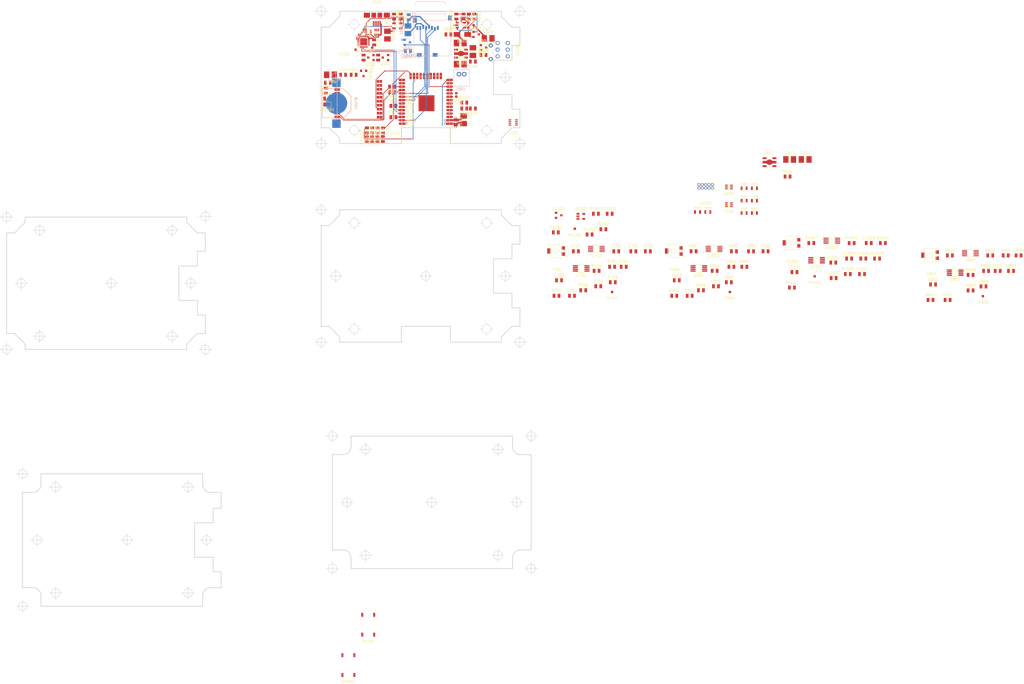
<source format=kicad_pcb>
(kicad_pcb (version 4) (host pcbnew 4.0.6)
  (layers (0 F.Cu signal) (1 In1.Cu power hide) (2 In2.Cu power hide) (31 B.Cu signal) (36 B.SilkS user) (37 F.SilkS user) (38 B.Mask user) (39 F.Mask user) (44 Edge.Cuts user))
  (net 0 "")
  (net 1 +3V3)
  (net 2 GND)
  (net 3 "Net-(R404-Pad2)")
  (net 4 /BOOTLOAD*)
  (net 5 /SCK)
  (net 6 /Power/V_BAT)
  (net 7 /Power/V_UNREG)
  (net 8 "Net-(LED301-PadA)")
  (net 9 /ALERT0)
  (net 10 +3.3VA)
  (net 11 /Power/+VBUS)
  (net 12 /KEEPALIVE)
  (net 13 /SHUTDOWN*)
  (net 14 /RXD)
  (net 15 /TXD)
  (net 16 "Net-(C701-Pad1)")
  (net 17 "Net-(C801-Pad1)")
  (net 18 "Net-(C802-Pad1)")
  (net 19 "Net-(C805-Pad1)")
  (net 20 "Net-(C901-Pad1)")
  (net 21 "Net-(C902-Pad1)")
  (net 22 "Net-(C905-Pad1)")
  (net 23 "Net-(C1001-Pad1)")
  (net 24 "Net-(C1002-Pad1)")
  (net 25 "Net-(C1005-Pad1)")
  (net 26 "Net-(LED101-PadA)")
  (net 27 "Net-(LED102-PadA)")
  (net 28 "Net-(LED103-PadA)")
  (net 29 "Net-(LED104-PadA)")
  (net 30 "Net-(LED401-PadA)")
  (net 31 /SD/DATA_OUT)
  (net 32 /SD/SCLK)
  (net 33 /SD/DATA_IN)
  (net 34 /SD/CS)
  (net 35 "Net-(P801-Pad2)")
  (net 36 "Net-(P901-Pad2)")
  (net 37 "Net-(P1001-Pad2)")
  (net 38 /GPS_EN*)
  (net 39 /SD_ENABLE*)
  (net 40 /LEDG)
  (net 41 /LEDR)
  (net 42 /LEDY)
  (net 43 /LEDB)
  (net 44 /+3.3VA_ENABLE)
  (net 45 /GPS_TXD)
  (net 46 /GPS_RXD)
  (net 47 "Net-(R704-Pad2)")
  (net 48 "Net-(R804-Pad1)")
  (net 49 "Net-(R804-Pad2)")
  (net 50 "Net-(R805-Pad2)")
  (net 51 "Net-(R904-Pad1)")
  (net 52 "Net-(R904-Pad2)")
  (net 53 "Net-(R905-Pad2)")
  (net 54 "Net-(R1004-Pad1)")
  (net 55 "Net-(R1004-Pad2)")
  (net 56 "Net-(R1005-Pad2)")
  (net 57 "Net-(TP801-Pad1)")
  (net 58 "Net-(TP901-Pad1)")
  (net 59 "Net-(TP1001-Pad1)")
  (net 60 /1PPS)
  (net 61 "Net-(U701-Pad6)")
  (net 62 "Net-(U801-Pad6)")
  (net 63 "Net-(U901-Pad6)")
  (net 64 "Net-(U1001-Pad6)")
  (net 65 /ESP32_RESET*)
  (net 66 "Net-(C401-Pad1)")
  (net 67 "Net-(C501-Pad1)")
  (net 68 /+V_UNREG_SW)
  (net 69 "Net-(C702-Pad1)")
  (net 70 "Net-(C705-Pad1)")
  (net 71 "Net-(C1201-Pad1)")
  (net 72 "Net-(F301-Pad2)")
  (net 73 "Net-(J1101-Pad2)")
  (net 74 "Net-(J1101-Pad3)")
  (net 75 "Net-(J1101-Pad4)")
  (net 76 "Net-(J1101-Pad5)")
  (net 77 "Net-(J1101-Pad6)")
  (net 78 "Net-(J1101-Pad7)")
  (net 79 "Net-(J1101-Pad8)")
  (net 80 "Net-(J1101-Pad9)")
  (net 81 "Net-(L401-Pad2)")
  (net 82 "Net-(LED201-PadA)")
  (net 83 "Net-(LED202-PadA)")
  (net 84 "Net-(LED301-PadK)")
  (net 85 "Net-(P701-Pad2)")
  (net 86 "Net-(Q201-Pad1)")
  (net 87 "Net-(Q201-Pad2)")
  (net 88 "Net-(Q202-Pad1)")
  (net 89 "Net-(Q202-Pad2)")
  (net 90 "Net-(Q301-Pad3)")
  (net 91 "Net-(R201-Pad1)")
  (net 92 "Net-(R202-Pad1)")
  (net 93 "Net-(R203-Pad1)")
  (net 94 "Net-(R304-Pad2)")
  (net 95 "Net-(R402-Pad2)")
  (net 96 "Net-(R403-Pad2)")
  (net 97 /analog/IN_0)
  (net 98 /analog/VREF)
  (net 99 "Net-(R704-Pad1)")
  (net 100 "Net-(R705-Pad2)")
  (net 101 /analog/AUX_IN_0)
  (net 102 /analog/IN_1)
  (net 103 /analog/AUX_IN_1)
  (net 104 /analog/IN_2)
  (net 105 /analog/AUX_IN_2)
  (net 106 /analog/IN_3)
  (net 107 /analog/AUX_IN_3)
  (net 108 "Net-(R1201-Pad2)")
  (net 109 "Net-(TP101-Pad1)")
  (net 110 "Net-(TP102-Pad1)")
  (net 111 "Net-(TP701-Pad1)")
  (net 112 "Net-(U201-Pad2)")
  (net 113 "Net-(U201-Pad3)")
  (net 114 "Net-(U401-Pad7)")
  (net 115 "Net-(U401-Pad6)")
  (net 116 /SDA)
  (net 117 /gps/GPS_RESET*)
  (net 118 "Net-(BT401-Pad+)")
  (module paddle:QFN-24-1EP_4x4mm_Pitch0.5mm (layer F.Cu) (at 66 61.5 180)
    (fp_text reference U203 (at 0 3.5 180) (layer F.SilkS))
    (fp_text value CP2104)
    (pad 1 smd rect (at -1.95 -1.25 180) (size 0.85 0.3) (layers F.Cu F.Mask))
    (pad 2 smd rect (at -1.95 -0.75 180) (size 0.85 0.3) (layers F.Cu F.Mask) (net 2 GND))
    (pad 3 smd rect (at -1.95 -0.25 180) (size 0.85 0.3) (layers F.Cu F.Mask) (net 113 "Net-(U201-Pad3)"))
    (pad 4 smd rect (at -1.95 0.25 180) (size 0.85 0.3) (layers F.Cu F.Mask) (net 112 "Net-(U201-Pad2)"))
    (pad 5 smd rect (at -1.95 0.75 180) (size 0.85 0.3) (layers F.Cu F.Mask) (net 1 +3V3))
    (pad 6 smd rect (at -1.95 1.25 180) (size 0.85 0.3) (layers F.Cu F.Mask) (net 1 +3V3))
    (pad 7 smd rect (at -1.25 1.95 270) (size 0.85 0.3) (layers F.Cu F.Mask) (net 1 +3V3))
    (pad 8 smd rect (at -0.75 1.95 270) (size 0.85 0.3) (layers F.Cu F.Mask) (net 11 /Power/+VBUS))
    (pad 9 smd rect (at -0.25 1.95 270) (size 0.85 0.3) (layers F.Cu F.Mask) (net 91 "Net-(R201-Pad1)"))
    (pad 10 smd rect (at 0.25 1.95 270) (size 0.85 0.3) (layers F.Cu F.Mask))
    (pad 11 smd rect (at 0.75 1.95 270) (size 0.85 0.3) (layers F.Cu F.Mask))
    (pad 12 smd rect (at 1.25 1.95 270) (size 0.85 0.3) (layers F.Cu F.Mask))
    (pad 13 smd rect (at 1.95 1.25 180) (size 0.85 0.3) (layers F.Cu F.Mask) (net 93 "Net-(R203-Pad1)"))
    (pad 14 smd rect (at 1.95 0.75 180) (size 0.85 0.3) (layers F.Cu F.Mask) (net 92 "Net-(R202-Pad1)"))
    (pad 15 smd rect (at 1.95 0.25 180) (size 0.85 0.3) (layers F.Cu F.Mask))
    (pad 16 smd rect (at 1.95 -0.25 180) (size 0.85 0.3) (layers F.Cu F.Mask))
    (pad 17 smd rect (at 1.95 -0.75 180) (size 0.85 0.3) (layers F.Cu F.Mask))
    (pad 18 smd rect (at 1.95 -1.25 180) (size 0.85 0.3) (layers F.Cu F.Mask))
    (pad 19 smd rect (at 1.25 -1.95 270) (size 0.85 0.3) (layers F.Cu F.Mask) (net 89 "Net-(Q202-Pad2)"))
    (pad 20 smd rect (at 0.75 -1.95 270) (size 0.85 0.3) (layers F.Cu F.Mask) (net 15 /TXD))
    (pad 21 smd rect (at 0.25 -1.95 270) (size 0.85 0.3) (layers F.Cu F.Mask) (net 14 /RXD))
    (pad 22 smd rect (at -0.25 -1.95 270) (size 0.85 0.3) (layers F.Cu F.Mask))
    (pad 23 smd rect (at -0.75 -1.95 270) (size 0.85 0.3) (layers F.Cu F.Mask) (net 87 "Net-(Q201-Pad2)"))
    (pad 24 smd rect (at -1.25 -1.95 270) (size 0.85 0.3) (layers F.Cu F.Mask))
    (pad 25 smd rect (at 0.65 0.65 180) (size 1.3 1.3) (layers F.Cu F.Mask) (net 2 GND))
    (pad 25 smd rect (at 0.65 -0.65 180) (size 1.3 1.3) (layers F.Cu F.Mask) (net 2 GND))
    (pad 25 smd rect (at -0.65 0.65 180) (size 1.3 1.3) (layers F.Cu F.Mask) (net 2 GND))
    (pad 25 smd rect (at -0.65 -0.65 180) (size 1.3 1.3) (layers F.Cu F.Mask) (net 2 GND))
  )
  (module paddle:ESP32-WROOM (layer F.Cu) (at 89.45 87.2)
    (fp_text reference U102 (at -11.557 9.017) (layer F.SilkS))
    (fp_text value ESP32-WROOM)
    (fp_text user "Espressif Systems" (at -6.858 -0.889 90) (layer F.SilkS))
    (fp_text user ESP32-WROOM (at -5.207 0.254 90) (layer F.SilkS))
    (pad 38 smd oval (at -9 5.25) (size 2.5 0.9) (layers F.Cu F.Mask) (net 2 GND))
    (pad 37 smd oval (at -9 3.98) (size 2.5 0.9) (layers F.Cu F.Mask) (net 33 /SD/DATA_IN))
    (pad 36 smd oval (at -9 2.71) (size 2.5 0.9) (layers F.Cu F.Mask) (net 5 /SCK))
    (pad 35 smd oval (at -9 1.44) (size 2.5 0.9) (layers F.Cu F.Mask) (net 14 /RXD))
    (pad 34 smd oval (at -9 0.17) (size 2.5 0.9) (layers F.Cu F.Mask) (net 15 /TXD))
    (pad 33 smd oval (at -9 -1.1) (size 2.5 0.9) (layers F.Cu F.Mask) (net 116 /SDA))
    (pad 32 smd oval (at -9 -2.37) (size 2.5 0.9) (layers F.Cu F.Mask))
    (pad 31 smd oval (at -9 -3.64) (size 2.5 0.9) (layers F.Cu F.Mask) (net 31 /SD/DATA_OUT))
    (pad 30 smd oval (at -9 -4.91) (size 2.5 0.9) (layers F.Cu F.Mask) (net 32 /SD/SCLK))
    (pad 29 smd oval (at -9 -6.18) (size 2.5 0.9) (layers F.Cu F.Mask) (net 34 /SD/CS))
    (pad 28 smd oval (at -9 -7.45) (size 2.5 0.9) (layers F.Cu F.Mask) (net 46 /GPS_RXD))
    (pad 27 smd oval (at -9 -8.72) (size 2.5 0.9) (layers F.Cu F.Mask) (net 45 /GPS_TXD))
    (pad 26 smd oval (at -9 -9.99) (size 2.5 0.9) (layers F.Cu F.Mask) (net 38 /GPS_EN*))
    (pad 25 smd oval (at -9 -11.26) (size 2.5 0.9) (layers F.Cu F.Mask) (net 4 /BOOTLOAD*))
    (pad 24 smd oval (at -5.715 -12.75) (size 0.9 2.5) (layers F.Cu F.Mask) (net 60 /1PPS))
    (pad 23 smd oval (at -4.445 -12.75) (size 0.9 2.5) (layers F.Cu F.Mask) (net 43 /LEDB))
    (pad 22 smd oval (at -3.175 -12.75) (size 0.9 2.5) (layers F.Cu F.Mask))
    (pad 21 smd oval (at -1.905 -12.75) (size 0.9 2.5) (layers F.Cu F.Mask))
    (pad 20 smd oval (at -0.635 -12.75) (size 0.9 2.5) (layers F.Cu F.Mask))
    (pad 19 smd oval (at 0.635 -12.75) (size 0.9 2.5) (layers F.Cu F.Mask))
    (pad 18 smd oval (at 1.905 -12.75) (size 0.9 2.5) (layers F.Cu F.Mask))
    (pad 17 smd oval (at 3.175 -12.75) (size 0.9 2.5) (layers F.Cu F.Mask))
    (pad 16 smd oval (at 4.445 -12.75) (size 0.9 2.5) (layers F.Cu F.Mask) (net 41 /LEDR))
    (pad 15 smd oval (at 5.715 -12.75) (size 0.9 2.5) (layers F.Cu F.Mask) (net 2 GND))
    (pad 14 smd oval (at 9 -11.26) (size 2.5 0.9) (layers F.Cu F.Mask) (net 42 /LEDY))
    (pad 13 smd oval (at 9 -9.99) (size 2.5 0.9) (layers F.Cu F.Mask) (net 40 /LEDG))
    (pad 12 smd oval (at 9 -8.72) (size 2.5 0.9) (layers F.Cu F.Mask) (net 39 /SD_ENABLE*))
    (pad 11 smd oval (at 9 -7.45) (size 2.5 0.9) (layers F.Cu F.Mask) (net 12 /KEEPALIVE))
    (pad 10 smd oval (at 9 -6.18) (size 2.5 0.9) (layers F.Cu F.Mask) (net 109 "Net-(TP101-Pad1)"))
    (pad 9 smd oval (at 9 -4.91) (size 2.5 0.9) (layers F.Cu F.Mask) (net 110 "Net-(TP102-Pad1)"))
    (pad 8 smd oval (at 9 -3.64) (size 2.5 0.9) (layers F.Cu F.Mask) (net 44 /+3.3VA_ENABLE))
    (pad 7 smd oval (at 9 -2.37) (size 2.5 0.9) (layers F.Cu F.Mask) (net 13 /SHUTDOWN*))
    (pad 6 smd oval (at 9 -1.1) (size 2.5 0.9) (layers F.Cu F.Mask) (net 9 /ALERT0))
    (pad 5 smd oval (at 9 0.17) (size 2.5 0.9) (layers F.Cu F.Mask))
    (pad 4 smd oval (at 9 1.44) (size 2.5 0.9) (layers F.Cu F.Mask))
    (pad 3 smd oval (at 9 2.71) (size 2.5 0.9) (layers F.Cu F.Mask) (net 65 /ESP32_RESET*))
    (pad 2 smd oval (at 9 3.98) (size 2.5 0.9) (layers F.Cu F.Mask) (net 1 +3V3))
    (pad 1 smd oval (at 9 5.25) (size 2.5 0.9) (layers F.Cu F.Mask) (net 2 GND))
    (pad 39 smd rect (at 0.3 -2.45) (size 6 6) (layers F.Cu F.Mask) (net 2 GND))
  )
  (module paddle:SMD_1206 (layer F.Cu) (at 113 60.25)
    (fp_text reference C302 (at 0 -2.5) (layer F.SilkS))
    (fp_text value 10uF)
    (pad 1 smd rect (at -1.45 0) (size 2 2.5) (layers F.Cu F.Mask) (net 6 /Power/V_BAT))
    (pad 2 smd rect (at 1.45 0) (size 2 2.5) (layers F.Cu F.Mask) (net 2 GND))
  )
  (module paddle:SOT-23-5 (layer F.Cu) (at 102.75 55.25)
    (fp_text reference U301 (at -3.75 1) (layer F.SilkS))
    (fp_text value MCP73831/2)
    (pad 1 smd rect (at -1.4 -0.95) (size 1.1 0.6) (layers F.Cu F.Mask) (net 84 "Net-(LED301-PadK)"))
    (pad 2 smd rect (at -1.4 0) (size 1.1 0.6) (layers F.Cu F.Mask) (net 2 GND))
    (pad 3 smd rect (at -1.4 0.95) (size 1.1 0.6) (layers F.Cu F.Mask) (net 6 /Power/V_BAT))
    (pad 4 smd rect (at 1.4 0.95) (size 1.1 0.6) (layers F.Cu F.Mask) (net 11 /Power/+VBUS))
    (pad 5 smd rect (at 1.4 -0.95) (size 1.1 0.6) (layers F.Cu F.Mask) (net 94 "Net-(R304-Pad2)"))
  )
  (module adafruit:MICROSD (layer B.Cu) (at 85 66.94)
    (fp_text reference M501 (at -3.4 -0.99) (layer B.SilkS) (effects (font (size 1.2065 1.2065) (thickness 0.1016)) (justify left bottom mirror)))
    (fp_text value MICROSD (at 0 0) (layer B.SilkS) (effects (justify mirror)))
    (pad MT1 smd rect (at 0.4 -13.54) (size 1.4 1.9) (layers B.Cu B.Mask) (net 2 GND))
    (pad MT2 smd rect (at 13.6 -14.44) (size 1.4 1.9) (layers B.Cu B.Mask) (net 2 GND))
    (pad CD1 smd rect (at 2 -0.44 270) (size 1.4 1.8) (layers B.Cu B.Mask))
    (pad CD2 smd rect (at 8 -0.44 270) (size 1.4 1.8) (layers B.Cu B.Mask))
    (pad 8 smd rect (at 1.3 -10.64) (size 0.7 1.5) (layers B.Cu B.Mask))
    (pad 7 smd rect (at 2.4 -10.64) (size 0.7 1.5) (layers B.Cu B.Mask) (net 31 /SD/DATA_OUT))
    (pad 6 smd rect (at 3.5 -11.04) (size 0.7 1.5) (layers B.Cu B.Mask) (net 2 GND))
    (pad 5 smd rect (at 4.6 -10.64) (size 0.7 1.5) (layers B.Cu B.Mask) (net 32 /SD/SCLK))
    (pad 4 smd rect (at 5.7 -11.04) (size 0.7 1.5) (layers B.Cu B.Mask) (net 67 "Net-(C501-Pad1)"))
    (pad 3 smd rect (at 6.8 -10.64) (size 0.7 1.5) (layers B.Cu B.Mask) (net 33 /SD/DATA_IN))
    (pad 2 smd rect (at 7.9 -10.24) (size 0.7 1.5) (layers B.Cu B.Mask) (net 34 /SD/CS))
    (pad 1 smd rect (at 9 -10.64) (size 0.7 1.5) (layers B.Cu B.Mask))
  )
  (module paddle:SMD_0805 (layer B.Cu) (at 82.75 65)
    (fp_text reference R501 (at 0 1.9) (layer B.SilkS) (effects (justify mirror)))
    (fp_text value 1MEG)
    (pad 1 smd rect (at -0.95 0) (size 1 1.5) (layers B.Cu B.Mask) (net 1 +3V3))
    (pad 2 smd rect (at 0.95 0) (size 1 1.5) (layers B.Cu B.Mask) (net 39 /SD_ENABLE*))
  )
  (module paddle:SMD_1206 (layer B.Cu) (at 82.75 57 270)
    (fp_text reference C501 (at 0 2.5 270) (layer B.SilkS) (effects (justify mirror)))
    (fp_text value 10uF)
    (pad 1 smd rect (at -1.45 0 270) (size 2 2.5) (layers B.Cu B.Mask) (net 67 "Net-(C501-Pad1)"))
    (pad 2 smd rect (at 1.45 0 270) (size 2 2.5) (layers B.Cu B.Mask) (net 2 GND))
  )
  (module paddle:SOT-23 (layer B.Cu) (at 82.5 61.75)
    (fp_text reference Q501 (at 0 2.5) (layer B.SilkS) (effects (justify mirror)))
    (fp_text value DMG3415U)
    (pad 1 smd rect (at -1 0.95) (size 0.9 0.8) (layers B.Cu B.Mask) (net 39 /SD_ENABLE*))
    (pad 2 smd rect (at -1 -0.95) (size 0.9 0.8) (layers B.Cu B.Mask) (net 1 +3V3))
    (pad 3 smd rect (at 1 0) (size 0.9 0.8) (layers B.Cu B.Mask) (net 67 "Net-(C501-Pad1)"))
  )
  (module paddle:KH_F20_mounting_hole (layer F.Cu) (at 112.5 55)
    (fp_text reference REF** hide)
    (fp_text value hole)
    (pad "" np_thru_hole circle (at 0 0) (size 3 3) (drill 3) (layers *.Cu *.Mask))
  )
  (module paddle:KH_F20_mounting_hole (layer F.Cu) (at 62.5 55)
    (fp_text reference REF** hide)
    (fp_text value hole)
    (pad "" np_thru_hole circle (at 0 0) (size 3 3) (drill 3) (layers *.Cu *.Mask))
  )
  (module paddle:SOT-23 (layer F.Cu) (at 74.25 67.5 180)
    (fp_text reference Q202 (at 0 -2.5 180) (layer F.SilkS))
    (fp_text value MMBT4401)
    (pad 1 smd rect (at -1 -0.95 180) (size 0.9 0.8) (layers F.Cu F.Mask) (net 88 "Net-(Q202-Pad1)"))
    (pad 2 smd rect (at -1 0.95 180) (size 0.9 0.8) (layers F.Cu F.Mask) (net 89 "Net-(Q202-Pad2)"))
    (pad 3 smd rect (at 1 0 180) (size 0.9 0.8) (layers F.Cu F.Mask) (net 65 /ESP32_RESET*))
  )
  (module paddle:SOT-23 (layer F.Cu) (at 68.75 67.5 180)
    (fp_text reference Q201 (at 0 -2.5 180) (layer F.SilkS))
    (fp_text value MMBT4401)
    (pad 1 smd rect (at -1 -0.95 180) (size 0.9 0.8) (layers F.Cu F.Mask) (net 86 "Net-(Q201-Pad1)"))
    (pad 2 smd rect (at -1 0.95 180) (size 0.9 0.8) (layers F.Cu F.Mask) (net 87 "Net-(Q201-Pad2)"))
    (pad 3 smd rect (at 1 0 180) (size 0.9 0.8) (layers F.Cu F.Mask) (net 4 /BOOTLOAD*))
  )
  (module paddle:SMD_0805 (layer F.Cu) (at 104 86.75 180)
    (fp_text reference C101 (at 0 -1.9 180) (layer F.SilkS))
    (fp_text value 1.0uF)
    (pad 1 smd rect (at -0.95 0 180) (size 1 1.5) (layers F.Cu F.Mask) (net 65 /ESP32_RESET*))
    (pad 2 smd rect (at 0.95 0 180) (size 1 1.5) (layers F.Cu F.Mask) (net 2 GND))
  )
  (module paddle:SMD_1206 (layer F.Cu) (at 103.75 91 270)
    (fp_text reference C102 (at 0 -2.5 270) (layer F.SilkS))
    (fp_text value 10uF)
    (pad 1 smd rect (at -1.45 0 270) (size 2 2.5) (layers F.Cu F.Mask) (net 1 +3V3))
    (pad 2 smd rect (at 1.45 0 270) (size 2 2.5) (layers F.Cu F.Mask) (net 2 GND))
  )
  (module paddle:SMD_0805 (layer F.Cu) (at 100.75 92 270)
    (fp_text reference C103 (at 0 -1.9 270) (layer F.SilkS))
    (fp_text value 0.1uF)
    (pad 1 smd rect (at -0.95 0 270) (size 1 1.5) (layers F.Cu F.Mask) (net 1 +3V3))
    (pad 2 smd rect (at 0.95 0 270) (size 1 1.5) (layers F.Cu F.Mask) (net 2 GND))
  )
  (module paddle:SMD_1206 (layer F.Cu) (at 75 59 270)
    (fp_text reference C201 (at 0 -2.5 270) (layer F.SilkS))
    (fp_text value 10uF)
    (pad 1 smd rect (at -1.45 0 270) (size 2 2.5) (layers F.Cu F.Mask) (net 1 +3V3))
    (pad 2 smd rect (at 1.45 0 270) (size 2 2.5) (layers F.Cu F.Mask) (net 2 GND))
  )
  (module paddle:SMD_0805 (layer F.Cu) (at 70 61.75 270)
    (fp_text reference C202 (at 0 -1.9 270) (layer F.SilkS))
    (fp_text value 0.1uF)
    (pad 1 smd rect (at -0.95 0 270) (size 1 1.5) (layers F.Cu F.Mask) (net 1 +3V3))
    (pad 2 smd rect (at 0.95 0 270) (size 1 1.5) (layers F.Cu F.Mask) (net 2 GND))
  )
  (module paddle:SMD_0805 (layer F.Cu) (at 104 84.5)
    (fp_text reference R101 (at 0 -1.9) (layer F.SilkS))
    (fp_text value 10k)
    (pad 1 smd rect (at -0.95 0) (size 1 1.5) (layers F.Cu F.Mask) (net 1 +3V3))
    (pad 2 smd rect (at 0.95 0) (size 1 1.5) (layers F.Cu F.Mask) (net 9 /ALERT0))
  )
  (module paddle:SMD_0805 (layer F.Cu) (at 77.25 90)
    (fp_text reference R102 (at 0 -1.9) (layer F.SilkS))
    (fp_text value 4.7k)
    (pad 1 smd rect (at -0.95 0) (size 1 1.5) (layers F.Cu F.Mask) (net 1 +3V3))
    (pad 2 smd rect (at 0.95 0) (size 1 1.5) (layers F.Cu F.Mask) (net 5 /SCK))
  )
  (module paddle:SMD_0805 (layer F.Cu) (at 77.25 85.75)
    (fp_text reference R103 (at 0 -1.9) (layer F.SilkS))
    (fp_text value 4.7k)
    (pad 1 smd rect (at -0.95 0) (size 1 1.5) (layers F.Cu F.Mask) (net 1 +3V3))
    (pad 2 smd rect (at 0.95 0) (size 1 1.5) (layers F.Cu F.Mask) (net 116 /SDA))
  )
  (module paddle:SMD_0805 (layer F.Cu) (at 107.25 86.75 180)
    (fp_text reference R104 (at 0 -1.9 180) (layer F.SilkS))
    (fp_text value 10k)
    (pad 1 smd rect (at -0.95 0 180) (size 1 1.5) (layers F.Cu F.Mask) (net 1 +3V3))
    (pad 2 smd rect (at 0.95 0 180) (size 1 1.5) (layers F.Cu F.Mask) (net 65 /ESP32_RESET*))
  )
  (module paddle:SMD_0805 (layer F.Cu) (at 69.25 95 270)
    (fp_text reference R105 (at 0 -1.9 270) (layer F.SilkS))
    (fp_text value 330)
    (pad 1 smd rect (at -0.95 0 270) (size 1 1.5) (layers F.Cu F.Mask) (net 40 /LEDG))
    (pad 2 smd rect (at 0.95 0 270) (size 1 1.5) (layers F.Cu F.Mask) (net 26 "Net-(LED101-PadA)"))
  )
  (module paddle:SMD_0805 (layer F.Cu) (at 73.25 95 270)
    (fp_text reference R106 (at 0 -1.9 270) (layer F.SilkS))
    (fp_text value 330)
    (pad 1 smd rect (at -0.95 0 270) (size 1 1.5) (layers F.Cu F.Mask) (net 41 /LEDR))
    (pad 2 smd rect (at 0.95 0 270) (size 1 1.5) (layers F.Cu F.Mask) (net 27 "Net-(LED102-PadA)"))
  )
  (module paddle:SMD_0805 (layer F.Cu) (at 71.25 95 270)
    (fp_text reference R107 (at 0 -1.9 270) (layer F.SilkS))
    (fp_text value 330)
    (pad 1 smd rect (at -0.95 0 270) (size 1 1.5) (layers F.Cu F.Mask) (net 42 /LEDY))
    (pad 2 smd rect (at 0.95 0 270) (size 1 1.5) (layers F.Cu F.Mask) (net 28 "Net-(LED103-PadA)"))
  )
  (module paddle:SMD_0805 (layer F.Cu) (at 71.5 67.5 90)
    (fp_text reference R204 (at -3.75 -2.25 90) (layer F.SilkS))
    (fp_text value 10k)
    (pad 1 smd rect (at -0.95 0 90) (size 1 1.5) (layers F.Cu F.Mask) (net 88 "Net-(Q202-Pad1)"))
    (pad 2 smd rect (at 0.95 0 90) (size 1 1.5) (layers F.Cu F.Mask) (net 87 "Net-(Q201-Pad2)"))
  )
  (module paddle:SMD_0805 (layer F.Cu) (at 66 67.5 90)
    (fp_text reference R205 (at 3.75 -2 90) (layer F.SilkS))
    (fp_text value 10k)
    (pad 1 smd rect (at -0.95 0 90) (size 1 1.5) (layers F.Cu F.Mask) (net 86 "Net-(Q201-Pad1)"))
    (pad 2 smd rect (at 0.95 0 90) (size 1 1.5) (layers F.Cu F.Mask) (net 89 "Net-(Q202-Pad2)"))
  )
  (module paddle:SMD_0805 (layer F.Cu) (at 103.75 52 90)
    (fp_text reference R301 (at -3.25 -0.25 180) (layer F.SilkS))
    (fp_text value 1.0K)
    (pad 1 smd rect (at -0.95 0 90) (size 1 1.5) (layers F.Cu F.Mask) (net 11 /Power/+VBUS))
    (pad 2 smd rect (at 0.95 0 90) (size 1 1.5) (layers F.Cu F.Mask) (net 8 "Net-(LED301-PadA)"))
  )
  (module paddle:SMD_0805 (layer F.Cu) (at 111.25 66.5)
    (fp_text reference R302 (at 0 -1.9) (layer F.SilkS))
    (fp_text value 1Meg)
    (pad 1 smd rect (at -0.95 0) (size 1 1.5) (layers F.Cu F.Mask) (net 2 GND))
    (pad 2 smd rect (at 0.95 0) (size 1 1.5) (layers F.Cu F.Mask) (net 12 /KEEPALIVE))
  )
  (module paddle:SMD_0805 (layer F.Cu) (at 107.75 52 270)
    (fp_text reference R303 (at 0 -1.9 270) (layer F.SilkS))
    (fp_text value 1Meg)
    (pad 1 smd rect (at -0.95 0 270) (size 1 1.5) (layers F.Cu F.Mask) (net 90 "Net-(Q301-Pad3)"))
    (pad 2 smd rect (at 0.95 0 270) (size 1 1.5) (layers F.Cu F.Mask) (net 7 /Power/V_UNREG))
  )
  (module paddle:SMD_0805 (layer F.Cu) (at 105.75 52 270)
    (fp_text reference R304 (at 0 -1.9 270) (layer F.SilkS))
    (fp_text value 4.7K)
    (pad 1 smd rect (at -0.95 0 270) (size 1 1.5) (layers F.Cu F.Mask) (net 2 GND))
    (pad 2 smd rect (at 0.95 0 270) (size 1 1.5) (layers F.Cu F.Mask) (net 94 "Net-(R304-Pad2)"))
  )
  (module paddle:SMD_0805 (layer F.Cu) (at 98 58.75)
    (fp_text reference R305 (at 0 -1.9) (layer F.SilkS))
    (fp_text value 1.0Meg)
    (pad 1 smd rect (at -0.95 0) (size 1 1.5) (layers F.Cu F.Mask) (net 2 GND))
    (pad 2 smd rect (at 0.95 0) (size 1 1.5) (layers F.Cu F.Mask) (net 11 /Power/+VBUS))
  )
  (module paddle:SMD_D_0805 (layer F.Cu) (at 77.5 52 270)
    (fp_text reference LED201 (at 0 -1.9 270) (layer F.SilkS))
    (fp_text value LED)
    (pad K smd rect (at -0.95 0 270) (size 1 1.5) (layers F.Cu F.Mask) (net 2 GND))
    (pad A smd rect (at 0.95 0 270) (size 1 1.5) (layers F.Cu F.Mask) (net 82 "Net-(LED201-PadA)"))
  )
  (module paddle:SMD_1206 (layer F.Cu) (at 53.5 74 180)
    (fp_text reference C401 (at 0 -2.5 180) (layer F.SilkS))
    (fp_text value 10uF)
    (pad 1 smd rect (at -1.45 0 180) (size 2 2.5) (layers F.Cu F.Mask) (net 66 "Net-(C401-Pad1)"))
    (pad 2 smd rect (at 1.45 0 180) (size 2 2.5) (layers F.Cu F.Mask) (net 2 GND))
  )
  (module paddle:SMD_0805 (layer F.Cu) (at 52.5 77 180)
    (fp_text reference C402 (at 0 -1.9 180) (layer F.SilkS))
    (fp_text value 0.01uF)
    (pad 1 smd rect (at -0.95 0 180) (size 1 1.5) (layers F.Cu F.Mask) (net 66 "Net-(C401-Pad1)"))
    (pad 2 smd rect (at 0.95 0 180) (size 1 1.5) (layers F.Cu F.Mask) (net 2 GND))
  )
  (module paddle:SMD_0805 (layer F.Cu) (at 107.25 69 180)
    (fp_text reference R306 (at 0 -1.9 180) (layer F.SilkS))
    (fp_text value 100k)
    (pad 1 smd rect (at -0.95 0 180) (size 1 1.5) (layers F.Cu F.Mask) (net 13 /SHUTDOWN*))
    (pad 2 smd rect (at 0.95 0 180) (size 1 1.5) (layers F.Cu F.Mask) (net 1 +3V3))
  )
  (module paddle:SMD_1206 (layer F.Cu) (at 102.5 62 180)
    (fp_text reference C301 (at 0 -2.5 180) (layer F.SilkS))
    (fp_text value 10uF)
    (pad 1 smd rect (at -1.45 0 180) (size 2 2.5) (layers F.Cu F.Mask) (net 11 /Power/+VBUS))
    (pad 2 smd rect (at 1.45 0 180) (size 2 2.5) (layers F.Cu F.Mask) (net 2 GND))
  )
  (module paddle:SMD_1206 (layer F.Cu) (at 107.25 65.25 270)
    (fp_text reference C303 (at 0 -2.5 270) (layer F.SilkS))
    (fp_text value 10uF)
    (pad 1 smd rect (at -1.45 0 270) (size 2 2.5) (layers F.Cu F.Mask) (net 68 /+V_UNREG_SW))
    (pad 2 smd rect (at 1.45 0 270) (size 2 2.5) (layers F.Cu F.Mask) (net 2 GND))
  )
  (module paddle:SMD_1206 (layer F.Cu) (at 102.5 70)
    (fp_text reference C304 (at 0 -2.5) (layer F.SilkS))
    (fp_text value 10uF)
    (pad 1 smd rect (at -1.45 0) (size 2 2.5) (layers F.Cu F.Mask) (net 1 +3V3))
    (pad 2 smd rect (at 1.45 0) (size 2 2.5) (layers F.Cu F.Mask) (net 2 GND))
  )
  (module paddle:SMD_0805 (layer B.Cu) (at 83 52.25 90)
    (fp_text reference C502 (at 0 1.9 90) (layer B.SilkS) (effects (justify mirror)))
    (fp_text value 0.1uF)
    (pad 1 smd rect (at -0.95 0 90) (size 1 1.5) (layers B.Cu B.Mask) (net 67 "Net-(C501-Pad1)"))
    (pad 2 smd rect (at 0.95 0 90) (size 1 1.5) (layers B.Cu B.Mask) (net 2 GND))
  )
  (module paddle:D_SMA (layer F.Cu) (at 103.25 58.75 180)
    (fp_text reference D301 (at 0 -2.5 180) (layer F.SilkS))
    (fp_text value Schottky)
    (pad K smd rect (at -2 0 180) (size 2.5 1.8) (layers F.Cu F.Mask) (net 7 /Power/V_UNREG))
    (pad A smd rect (at 2 0 180) (size 2.5 1.8) (layers F.Cu F.Mask) (net 11 /Power/+VBUS))
  )
  (module paddle:radial-0.2-in-0.7mm-hole (layer F.Cu) (at 114 65.5 270)
    (fp_text reference F301 (at 0 2.6 270) (layer F.SilkS))
    (fp_text value "1A Poly")
    (pad 1 thru_hole circle (at -2.54 0 270) (size 1.524 1.524) (drill 0.8) (layers *.Cu *.Mask) (net 6 /Power/V_BAT))
    (pad 2 thru_hole circle (at 2.54 0 270) (size 1.524 1.524) (drill 0.8) (layers *.Cu *.Mask) (net 72 "Net-(F301-Pad2)"))
  )
  (module paddle:JST_battery_header_B2B-PH-K-S (layer B.Cu) (at 103 73.75 180)
    (fp_text reference J301 (at 0.35 -5.6 180) (layer B.SilkS) (effects (justify mirror)))
    (fp_text value Battery)
    (fp_text user - (at 1 2.6 180) (layer B.SilkS) (effects (justify mirror)))
    (fp_text user + (at -1.2 2.6 180) (layer B.SilkS) (effects (justify mirror)))
    (pad 1 thru_hole circle (at -1 0 180) (size 1.7 1.7) (drill 1) (layers *.Cu *.Mask) (net 72 "Net-(F301-Pad2)"))
    (pad 2 thru_hole circle (at 1 0 180) (size 1.7 1.7) (drill 1) (layers *.Cu *.Mask) (net 2 GND))
  )
  (module paddle:SMD_0805 (layer F.Cu) (at 58.25 74)
    (fp_text reference L401 (at 0 -1.9) (layer F.SilkS))
    (fp_text value bead)
    (pad 1 smd rect (at -0.95 0) (size 1 1.5) (layers F.Cu F.Mask) (net 66 "Net-(C401-Pad1)"))
    (pad 2 smd rect (at 0.95 0) (size 1 1.5) (layers F.Cu F.Mask) (net 81 "Net-(L401-Pad2)"))
  )
  (module paddle:SMD_D_0805 (layer F.Cu) (at 69.25 98.25 90)
    (fp_text reference LED101 (at 0 -1.9 90) (layer F.SilkS))
    (fp_text value LED)
    (pad K smd rect (at -0.95 0 90) (size 1 1.5) (layers F.Cu F.Mask) (net 2 GND))
    (pad A smd rect (at 0.95 0 90) (size 1 1.5) (layers F.Cu F.Mask) (net 26 "Net-(LED101-PadA)"))
  )
  (module paddle:SMD_D_0805 (layer F.Cu) (at 73.25 98.25 90)
    (fp_text reference LED102 (at 0 -1.9 90) (layer F.SilkS))
    (fp_text value LED)
    (pad K smd rect (at -0.95 0 90) (size 1 1.5) (layers F.Cu F.Mask) (net 2 GND))
    (pad A smd rect (at 0.95 0 90) (size 1 1.5) (layers F.Cu F.Mask) (net 27 "Net-(LED102-PadA)"))
  )
  (module paddle:SMD_D_0805 (layer F.Cu) (at 71.25 98.25 90)
    (fp_text reference LED103 (at 0 -1.9 90) (layer F.SilkS))
    (fp_text value LED)
    (pad K smd rect (at -0.95 0 90) (size 1 1.5) (layers F.Cu F.Mask) (net 2 GND))
    (pad A smd rect (at 0.95 0 90) (size 1 1.5) (layers F.Cu F.Mask) (net 28 "Net-(LED103-PadA)"))
  )
  (module paddle:SMD_D_0805 (layer F.Cu) (at 67.25 98.25 90)
    (fp_text reference LED104 (at 0 -1.9 90) (layer F.SilkS))
    (fp_text value LED)
    (pad K smd rect (at -0.95 0 90) (size 1 1.5) (layers F.Cu F.Mask) (net 2 GND))
    (pad A smd rect (at 0.95 0 90) (size 1 1.5) (layers F.Cu F.Mask) (net 29 "Net-(LED104-PadA)"))
  )
  (module paddle:SMD_D_0805 (layer F.Cu) (at 101 52 90)
    (fp_text reference LED301 (at 0 -1.9 90) (layer F.SilkS))
    (fp_text value Charge)
    (pad K smd rect (at -0.95 0 90) (size 1 1.5) (layers F.Cu F.Mask) (net 84 "Net-(LED301-PadK)"))
    (pad A smd rect (at 0.95 0 90) (size 1 1.5) (layers F.Cu F.Mask) (net 8 "Net-(LED301-PadA)"))
  )
  (module paddle:SMD_D_0805 (layer F.Cu) (at 52.25 85.25 180)
    (fp_text reference LED401 (at 0 -1.9 180) (layer F.SilkS))
    (fp_text value LED)
    (pad K smd rect (at -0.95 0 180) (size 1 1.5) (layers F.Cu F.Mask) (net 2 GND))
    (pad A smd rect (at 0.95 0 180) (size 1 1.5) (layers F.Cu F.Mask) (net 30 "Net-(LED401-PadA)"))
  )
  (module paddle:SOT-23 (layer F.Cu) (at 111.25 63.75)
    (fp_text reference Q301 (at 0 -2.5) (layer F.SilkS))
    (fp_text value DMG3414U)
    (pad 1 smd rect (at -1 -0.95) (size 0.9 0.8) (layers F.Cu F.Mask) (net 12 /KEEPALIVE))
    (pad 2 smd rect (at -1 0.95) (size 0.9 0.8) (layers F.Cu F.Mask) (net 2 GND))
    (pad 3 smd rect (at 1 0) (size 0.9 0.8) (layers F.Cu F.Mask) (net 90 "Net-(Q301-Pad3)"))
  )
  (module paddle:SOT-23 (layer F.Cu) (at 108.5 58.75)
    (fp_text reference Q302 (at 0 -2.5) (layer F.SilkS))
    (fp_text value DMG3415U)
    (pad 1 smd rect (at -1 -0.95) (size 0.9 0.8) (layers F.Cu F.Mask) (net 90 "Net-(Q301-Pad3)"))
    (pad 2 smd rect (at -1 0.95) (size 0.9 0.8) (layers F.Cu F.Mask) (net 7 /Power/V_UNREG))
    (pad 3 smd rect (at 1 0) (size 0.9 0.8) (layers F.Cu F.Mask) (net 68 /+V_UNREG_SW))
  )
  (module paddle:SOT-23 (layer F.Cu) (at 106.5 55.25)
    (fp_text reference Q303 (at 0 -2.5) (layer F.SilkS))
    (fp_text value DMG3415U)
    (pad 1 smd rect (at -1 -0.95) (size 0.9 0.8) (layers F.Cu F.Mask) (net 11 /Power/+VBUS))
    (pad 2 smd rect (at -1 0.95) (size 0.9 0.8) (layers F.Cu F.Mask) (net 7 /Power/V_UNREG))
    (pad 3 smd rect (at 1 0) (size 0.9 0.8) (layers F.Cu F.Mask) (net 6 /Power/V_BAT))
  )
  (module paddle:SOT-23 (layer F.Cu) (at 66 73.5 270)
    (fp_text reference Q401 (at 0 -2.5 270) (layer F.SilkS))
    (fp_text value DMG3415U)
    (pad 1 smd rect (at -1 -0.95 270) (size 0.9 0.8) (layers F.Cu F.Mask) (net 38 /GPS_EN*))
    (pad 2 smd rect (at -1 0.95 270) (size 0.9 0.8) (layers F.Cu F.Mask) (net 1 +3V3))
    (pad 3 smd rect (at 1 0 270) (size 0.9 0.8) (layers F.Cu F.Mask) (net 81 "Net-(L401-Pad2)"))
  )
  (module paddle:SMD_0805 (layer F.Cu) (at 67.25 95 270)
    (fp_text reference R108 (at -0.25 -1.75 270) (layer F.SilkS))
    (fp_text value 330)
    (pad 1 smd rect (at -0.95 0 270) (size 1 1.5) (layers F.Cu F.Mask) (net 43 /LEDB))
    (pad 2 smd rect (at 0.95 0 270) (size 1 1.5) (layers F.Cu F.Mask) (net 29 "Net-(LED104-PadA)"))
  )
  (module paddle:SMD_0805 (layer F.Cu) (at 62.25 74)
    (fp_text reference R401 (at 0 -1.9) (layer F.SilkS))
    (fp_text value 1MEG)
    (pad 1 smd rect (at -0.95 0) (size 1 1.5) (layers F.Cu F.Mask))
    (pad 2 smd rect (at 0.95 0) (size 1 1.5) (layers F.Cu F.Mask) (net 38 /GPS_EN*))
  )
  (module paddle:SMD_0805 (layer F.Cu) (at 76.75 78.5 180)
    (fp_text reference R402 (at 0 -1.9 180) (layer F.SilkS))
    (fp_text value 330)
    (pad 1 smd rect (at -0.95 0 180) (size 1 1.5) (layers F.Cu F.Mask) (net 45 /GPS_TXD))
    (pad 2 smd rect (at 0.95 0 180) (size 1 1.5) (layers F.Cu F.Mask) (net 95 "Net-(R402-Pad2)"))
  )
  (module paddle:SMD_0805 (layer F.Cu) (at 76.75 80.5 180)
    (fp_text reference R403 (at 0 -1.9 180) (layer F.SilkS))
    (fp_text value 330)
    (pad 1 smd rect (at -0.95 0 180) (size 1 1.5) (layers F.Cu F.Mask) (net 46 /GPS_RXD))
    (pad 2 smd rect (at 0.95 0 180) (size 1 1.5) (layers F.Cu F.Mask) (net 96 "Net-(R403-Pad2)"))
  )
  (module paddle:SMD_0805 (layer F.Cu) (at 52.25 83)
    (fp_text reference R404 (at 0 -1.9) (layer F.SilkS))
    (fp_text value 330)
    (pad 1 smd rect (at -0.95 0) (size 1 1.5) (layers F.Cu F.Mask) (net 30 "Net-(LED401-PadA)"))
    (pad 2 smd rect (at 0.95 0) (size 1 1.5) (layers F.Cu F.Mask) (net 3 "Net-(R404-Pad2)"))
  )
  (module paddle:dpdt_switch (layer F.Cu) (at 118.5 64.5 90)
    (fp_text reference SW301 (at 0 5.715 90) (layer F.SilkS))
    (fp_text value SW_DPDT_x2)
    (pad 2 thru_hole circle (at 0 1.905 90) (size 1.5 1.5) (drill 1) (layers *.Cu *.Mask) (net 68 /+V_UNREG_SW))
    (pad 5 thru_hole circle (at 0 -1.905 90) (size 1.5 1.5) (drill 1) (layers *.Cu *.Mask) (net 13 /SHUTDOWN*))
    (pad 4 thru_hole circle (at -2.54 -1.905 90) (size 1.5 1.5) (drill 1) (layers *.Cu *.Mask))
    (pad 1 thru_hole circle (at -2.54 1.905 90) (size 1.5 1.5) (drill 1) (layers *.Cu *.Mask) (net 7 /Power/V_UNREG))
    (pad 3 thru_hole circle (at 2.54 1.905 90) (size 1.5 1.5) (drill 1) (layers *.Cu *.Mask))
    (pad 6 thru_hole circle (at 2.54 -1.905 90) (size 1.5 1.5) (drill 1) (layers *.Cu *.Mask) (net 2 GND))
  )
  (module paddle:tp_th_1mm (layer F.Cu) (at 63 64.5)
    (fp_text reference TP201 (at -4.25 1.75) (layer F.SilkS))
    (fp_text value RXD)
    (pad 1 smd circle (at 0 0) (size 1 1) (layers F.Cu F.Mask) (net 15 /TXD))
  )
  (module paddle:tp_th_1mm (layer F.Cu) (at 69.25 63.75)
    (fp_text reference TP202 (at -1.25 1.25) (layer F.SilkS))
    (fp_text value TXD)
    (pad 1 smd circle (at 0 0) (size 1 1) (layers F.Cu F.Mask) (net 14 /RXD))
  )
  (module paddle:BME280 (layer F.Cu) (at 122.5 92)
    (fp_text reference U101 (at 0 4) (layer F.SilkS))
    (fp_text value BME280)
    (pad 8 smd rect (at -1.275 -0.975) (size 1 0.35) (layers F.Cu F.Mask) (net 1 +3V3))
    (pad 7 smd rect (at -1.275 -0.325) (size 1 0.35) (layers F.Cu F.Mask) (net 2 GND))
    (pad 6 smd rect (at -1.275 0.325) (size 1 0.35) (layers F.Cu F.Mask) (net 1 +3V3))
    (pad 5 smd rect (at -1.275 0.975) (size 1 0.35) (layers F.Cu F.Mask) (net 2 GND))
    (pad 4 smd rect (at 1.225 0.975) (size 1 0.35) (layers F.Cu F.Mask) (net 5 /SCK))
    (pad 3 smd rect (at 1.225 0.325) (size 1 0.35) (layers F.Cu F.Mask) (net 116 /SDA))
    (pad 2 smd rect (at 1.225 -0.325) (size 1 0.35) (layers F.Cu F.Mask) (net 1 +3V3))
    (pad 1 smd rect (at 1.225 -0.975) (size 1 0.35) (layers F.Cu F.Mask) (net 2 GND))
  )
  (module paddle:USB_micro_B_FCI_10104110 (layer F.Cu) (at 71 51.5 180)
    (fp_text reference U201 (at 0 4.9 180) (layer F.SilkS))
    (fp_text value USB_B_Socket)
    (pad 1 smd rect (at -1.3 -3.15 180) (size 0.4 2) (layers F.Cu F.Mask) (net 11 /Power/+VBUS))
    (pad 2 smd rect (at -0.65 -3.15 180) (size 0.4 2) (layers F.Cu F.Mask) (net 112 "Net-(U201-Pad2)"))
    (pad 3 smd rect (at 0 -3.15 180) (size 0.4 2) (layers F.Cu F.Mask) (net 113 "Net-(U201-Pad3)"))
    (pad 4 smd rect (at 0.65 -3.15 180) (size 0.4 2) (layers F.Cu F.Mask))
    (pad 5 smd rect (at 1.3 -3.15 180) (size 0.4 2) (layers F.Cu F.Mask) (net 2 GND))
    (pad 6 smd rect (at -1.15 0 180) (size 1.8 1.9) (layers F.Cu F.Mask) (net 2 GND))
    (pad 6 smd rect (at -3.75 0 180) (size 2.3 1.9) (layers F.Cu F.Mask) (net 2 GND))
    (pad 6 smd rect (at 3.75 0 180) (size 2.3 1.9) (layers F.Cu F.Mask) (net 2 GND))
    (pad 6 smd rect (at 1.15 0 180) (size 1.8 1.9) (layers F.Cu F.Mask) (net 2 GND))
  )
  (module paddle:SOT89-5 (layer F.Cu) (at 102.75 66 180)
    (fp_text reference U302 (at -0.275 -3.525 180) (layer F.SilkS))
    (fp_text value NCP694-3.3)
    (pad 2 smd trapezoid (at 0.775 0 90) (size 1.5 0.75) (rect_delta 0 0.5) (layers F.Cu F.Mask) (net 2 GND))
    (pad 5 smd rect (at 1.85 -1.5 90) (size 0.7 1.5) (layers F.Cu F.Mask) (net 1 +3V3))
    (pad 4 smd rect (at 1.85 1.5 90) (size 0.7 1.5) (layers F.Cu F.Mask) (net 68 /+V_UNREG_SW))
    (pad 1 smd rect (at -1.85 -1.5 90) (size 0.7 1.5) (layers F.Cu F.Mask))
    (pad 2 smd rect (at -1.85 0 90) (size 1 1.5) (layers F.Cu F.Mask) (net 2 GND))
    (pad 3 smd rect (at -1.85 1.5 90) (size 0.7 1.5) (layers F.Cu F.Mask) (net 68 /+V_UNREG_SW))
    (pad 2 smd rect (at 1.85 0 90) (size 1 1.5) (layers F.Cu F.Mask) (net 2 GND))
    (pad 2 smd trapezoid (at -0.775 0 270) (size 1.5 0.75) (rect_delta 0 0.5) (layers F.Cu F.Mask) (net 2 GND))
    (pad 2 smd rect (at 0 0 90) (size 2 0.8) (layers F.Cu F.Mask) (net 2 GND))
  )
  (module paddle:FGPMMOPA6H (layer F.Cu) (at 64 83.5)
    (fp_text reference U401 (at 0 11.75) (layer F.SilkS))
    (fp_text value "FGPMMOPA6H GPS")
    (pad 10 smd rect (at -8 6.5) (size 2 1) (layers F.Cu F.Mask) (net 96 "Net-(R403-Pad2)"))
    (pad 9 smd rect (at -8 5) (size 2 1) (layers F.Cu F.Mask) (net 95 "Net-(R402-Pad2)"))
    (pad 8 smd rect (at -8 3.5) (size 2 1) (layers F.Cu F.Mask) (net 2 GND))
    (pad 7 smd rect (at -8 2) (size 2 1) (layers F.Cu F.Mask) (net 114 "Net-(U401-Pad7)"))
    (pad 6 smd rect (at -8 0.5) (size 2 1) (layers F.Cu F.Mask) (net 115 "Net-(U401-Pad6)"))
    (pad 5 smd rect (at -8 -1) (size 2 1) (layers F.Cu F.Mask) (net 3 "Net-(R404-Pad2)"))
    (pad 4 smd rect (at -8 -2.5) (size 2 1) (layers F.Cu F.Mask) (net 118 "Net-(BT401-Pad+)"))
    (pad 3 smd rect (at -8 -4) (size 2 1) (layers F.Cu F.Mask) (net 2 GND))
    (pad 2 smd rect (at -8 -5.5) (size 2 1) (layers F.Cu F.Mask) (net 117 /gps/GPS_RESET*))
    (pad 1 smd rect (at -8 -7) (size 2 1) (layers F.Cu F.Mask) (net 66 "Net-(C401-Pad1)"))
    (pad 1 smd rect (at -8 -7) (size 2 1) (layers F.Cu F.Mask) (net 66 "Net-(C401-Pad1)"))
    (pad 2 smd rect (at -8 -5.5) (size 2 1) (layers F.Cu F.Mask) (net 117 /gps/GPS_RESET*))
    (pad 3 smd rect (at -8 -4) (size 2 1) (layers F.Cu F.Mask) (net 2 GND))
    (pad 4 smd rect (at -8 -2.5) (size 2 1) (layers F.Cu F.Mask) (net 118 "Net-(BT401-Pad+)"))
    (pad 5 smd rect (at -8 -1) (size 2 1) (layers F.Cu F.Mask) (net 3 "Net-(R404-Pad2)"))
    (pad 6 smd rect (at -8 0.5) (size 2 1) (layers F.Cu F.Mask) (net 115 "Net-(U401-Pad6)"))
    (pad 7 smd rect (at -8 2) (size 2 1) (layers F.Cu F.Mask) (net 114 "Net-(U401-Pad7)"))
    (pad 8 smd rect (at -8 3.5) (size 2 1) (layers F.Cu F.Mask) (net 2 GND))
    (pad 9 smd rect (at -8 5) (size 2 1) (layers F.Cu F.Mask) (net 95 "Net-(R402-Pad2)"))
    (pad 10 smd rect (at -8 6.5) (size 2 1) (layers F.Cu F.Mask) (net 96 "Net-(R403-Pad2)"))
    (pad 11 smd rect (at 8 6.5) (size 2 1) (layers F.Cu F.Mask))
    (pad 12 smd rect (at 8 5) (size 2 1) (layers F.Cu F.Mask) (net 2 GND))
    (pad 13 smd rect (at 8 3.5) (size 2 1) (layers F.Cu F.Mask) (net 60 /1PPS))
    (pad 14 smd rect (at 8 2) (size 2 1) (layers F.Cu F.Mask))
    (pad 15 smd rect (at 8 0.5) (size 2 1) (layers F.Cu F.Mask))
    (pad 16 smd rect (at 8 -1) (size 2 1) (layers F.Cu F.Mask))
    (pad 17 smd rect (at 8 -2.5) (size 2 1) (layers F.Cu F.Mask))
    (pad 18 smd rect (at 8 -4) (size 2 1) (layers F.Cu F.Mask))
    (pad 19 smd rect (at 8 -5.5) (size 2 1) (layers F.Cu F.Mask) (net 2 GND))
    (pad 20 smd rect (at 8 -7) (size 2 1) (layers F.Cu F.Mask))
  )
  (module paddle:KH_F20_mounting_hole (layer F.Cu) (at 62.5 95)
    (fp_text reference REF** hide)
    (fp_text value hole)
    (pad "" np_thru_hole circle (at 0 0) (size 3 3) (drill 3) (layers *.Cu *.Mask))
  )
  (module paddle:KH_F20_mounting_hole (layer F.Cu) (at 112.5 95)
    (fp_text reference REF** hide)
    (fp_text value hole)
    (pad "" np_thru_hole circle (at 0 0) (size 3 3) (drill 3) (layers *.Cu *.Mask))
  )
  (module paddle:KH_F20_mounting_hole (layer F.Cu) (at 62.5 130)
    (fp_text reference REF** hide)
    (fp_text value hole)
    (pad "" np_thru_hole circle (at 0 0) (size 3 3) (drill 3) (layers *.Cu *.Mask))
  )
  (module paddle:KH_F20_mounting_hole (layer F.Cu) (at 112.5 130)
    (fp_text reference REF** hide)
    (fp_text value hole)
    (pad "" np_thru_hole circle (at 0 0) (size 3 3) (drill 3) (layers *.Cu *.Mask))
  )
  (module paddle:KH_F20_mounting_hole (layer F.Cu) (at 112.5 170)
    (fp_text reference REF** hide)
    (fp_text value hole)
    (pad "" np_thru_hole circle (at 0 0) (size 3 3) (drill 3) (layers *.Cu *.Mask))
  )
  (module paddle:KH_F20_mounting_hole (layer F.Cu) (at 62.5 170)
    (fp_text reference REF** hide)
    (fp_text value hole)
    (pad "" np_thru_hole circle (at 0 0) (size 3 3) (drill 3) (layers *.Cu *.Mask))
  )
  (module paddle:SMD_0805 (layer F.Cu) (at 51.75 80 90)
    (fp_text reference C403 (at 0 -1.9 90) (layer F.SilkS))
    (fp_text value 1uF)
    (pad 1 smd rect (at -0.95 0 90) (size 1 1.5) (layers F.Cu F.Mask) (net 118 "Net-(BT401-Pad+)"))
    (pad 2 smd rect (at 0.95 0 90) (size 1 1.5) (layers F.Cu F.Mask) (net 2 GND))
  )
  (module paddle:SMD_1206 (layer F.Cu) (at 232.682002 105.987999)
    (fp_text reference C601 (at 0 -2.5) (layer F.SilkS))
    (fp_text value 10uF)
    (pad 1 smd rect (at -1.45 0) (size 2 2.5) (layers F.Cu F.Mask) (net 68 /+V_UNREG_SW))
    (pad 2 smd rect (at 1.45 0) (size 2 2.5) (layers F.Cu F.Mask) (net 2 GND))
  )
  (module paddle:SMD_1206 (layer F.Cu) (at 226.832002 105.987999)
    (fp_text reference C602 (at 0 -2.5) (layer F.SilkS))
    (fp_text value 10uF)
    (pad 1 smd rect (at -1.45 0) (size 2 2.5) (layers F.Cu F.Mask) (net 10 +3.3VA))
    (pad 2 smd rect (at 1.45 0) (size 2 2.5) (layers F.Cu F.Mask) (net 2 GND))
  )
  (module paddle:SMD_0805 (layer F.Cu) (at 167.81462 140.667999)
    (fp_text reference C701 (at 0 -1.9) (layer F.SilkS))
    (fp_text value 0.01uF)
    (pad 1 smd rect (at -0.95 0) (size 1 1.5) (layers F.Cu F.Mask) (net 16 "Net-(C701-Pad1)"))
    (pad 2 smd rect (at 0.95 0) (size 1 1.5) (layers F.Cu F.Mask) (net 2 GND))
  )
  (module paddle:SMD_0805 (layer F.Cu) (at 154.57462 153.887999)
    (fp_text reference C702 (at 0 -1.9) (layer F.SilkS))
    (fp_text value 0.01uF)
    (pad 1 smd rect (at -0.95 0) (size 1 1.5) (layers F.Cu F.Mask) (net 69 "Net-(C702-Pad1)"))
    (pad 2 smd rect (at 0.95 0) (size 1 1.5) (layers F.Cu F.Mask) (net 2 GND))
  )
  (module paddle:SMD_0805 (layer F.Cu) (at 139.779382 151.627999)
    (fp_text reference C703 (at 0 -1.9) (layer F.SilkS))
    (fp_text value "DNP 0.01uF")
    (pad 1 smd rect (at -0.95 0) (size 1 1.5) (layers F.Cu F.Mask) (net 69 "Net-(C702-Pad1)"))
    (pad 2 smd rect (at 0.95 0) (size 1 1.5) (layers F.Cu F.Mask) (net 16 "Net-(C701-Pad1)"))
  )
  (module paddle:SMD_0805 (layer F.Cu) (at 164.188429 146.517999)
    (fp_text reference C704 (at 0 -1.9) (layer F.SilkS))
    (fp_text value 0.1uF)
    (pad 1 smd rect (at -0.95 0) (size 1 1.5) (layers F.Cu F.Mask) (net 10 +3.3VA))
    (pad 2 smd rect (at 0.95 0) (size 1 1.5) (layers F.Cu F.Mask) (net 2 GND))
  )
  (module paddle:SMD_0805 (layer F.Cu) (at 173.30462 140.667999)
    (fp_text reference C705 (at 0 -1.9) (layer F.SilkS))
    (fp_text value 0.01uF)
    (pad 1 smd rect (at -0.95 0) (size 1 1.5) (layers F.Cu F.Mask) (net 70 "Net-(C705-Pad1)"))
    (pad 2 smd rect (at 0.95 0) (size 1 1.5) (layers F.Cu F.Mask) (net 2 GND))
  )
  (module paddle:SMD_0805 (layer F.Cu) (at 160.06462 152.367999)
    (fp_text reference C706 (at 0 -1.9) (layer F.SilkS))
    (fp_text value 0.22uF)
    (pad 1 smd rect (at -0.95 0) (size 1 1.5) (layers F.Cu F.Mask) (net 10 +3.3VA))
    (pad 2 smd rect (at 0.95 0) (size 1 1.5) (layers F.Cu F.Mask) (net 2 GND))
  )
  (module paddle:SMD_0805 (layer F.Cu) (at 286.45462 159.057999)
    (fp_text reference C801 (at 0 -1.9) (layer F.SilkS))
    (fp_text value 0.01uF)
    (pad 1 smd rect (at -0.95 0) (size 1 1.5) (layers F.Cu F.Mask) (net 17 "Net-(C801-Pad1)"))
    (pad 2 smd rect (at 0.95 0) (size 1 1.5) (layers F.Cu F.Mask) (net 2 GND))
  )
  (module paddle:SMD_0805 (layer F.Cu) (at 310.38462 148.097999)
    (fp_text reference C802 (at 0 -1.9) (layer F.SilkS))
    (fp_text value 0.01uF)
    (pad 1 smd rect (at -0.95 0) (size 1 1.5) (layers F.Cu F.Mask) (net 18 "Net-(C802-Pad1)"))
    (pad 2 smd rect (at 0.95 0) (size 1 1.5) (layers F.Cu F.Mask) (net 2 GND))
  )
  (module paddle:SMD_0805 (layer F.Cu) (at 280.959382 153.207999)
    (fp_text reference C803 (at 0 -1.9) (layer F.SilkS))
    (fp_text value "DNP 0.01uF")
    (pad 1 smd rect (at -0.95 0) (size 1 1.5) (layers F.Cu F.Mask) (net 18 "Net-(C802-Pad1)"))
    (pad 2 smd rect (at 0.95 0) (size 1 1.5) (layers F.Cu F.Mask) (net 17 "Net-(C801-Pad1)"))
  )
  (module paddle:SMD_0805 (layer F.Cu) (at 305.368429 148.097999)
    (fp_text reference C804 (at 0 -1.9) (layer F.SilkS))
    (fp_text value 0.1uF)
    (pad 1 smd rect (at -0.95 0) (size 1 1.5) (layers F.Cu F.Mask) (net 10 +3.3VA))
    (pad 2 smd rect (at 0.95 0) (size 1 1.5) (layers F.Cu F.Mask) (net 2 GND))
  )
  (module paddle:SMD_0805 (layer F.Cu) (at 313.24462 142.247999)
    (fp_text reference C805 (at 0 -1.9) (layer F.SilkS))
    (fp_text value 0.01uF)
    (pad 1 smd rect (at -0.95 0) (size 1 1.5) (layers F.Cu F.Mask) (net 19 "Net-(C805-Pad1)"))
    (pad 2 smd rect (at 0.95 0) (size 1 1.5) (layers F.Cu F.Mask) (net 2 GND))
  )
  (module paddle:SMD_0805 (layer F.Cu) (at 300.00462 153.947999)
    (fp_text reference C806 (at 0 -1.9) (layer F.SilkS))
    (fp_text value 0.22uF)
    (pad 1 smd rect (at -0.95 0) (size 1 1.5) (layers F.Cu F.Mask) (net 10 +3.3VA))
    (pad 2 smd rect (at 0.95 0) (size 1 1.5) (layers F.Cu F.Mask) (net 2 GND))
  )
  (module paddle:SMD_0805 (layer F.Cu) (at 199.00462 153.887999)
    (fp_text reference C901 (at 0 -1.9) (layer F.SilkS))
    (fp_text value 0.01uF)
    (pad 1 smd rect (at -0.95 0) (size 1 1.5) (layers F.Cu F.Mask) (net 20 "Net-(C901-Pad1)"))
    (pad 2 smd rect (at 0.95 0) (size 1 1.5) (layers F.Cu F.Mask) (net 2 GND))
  )
  (module paddle:SMD_0805 (layer F.Cu) (at 204.84462 146.517999)
    (fp_text reference C902 (at 0 -1.9) (layer F.SilkS))
    (fp_text value 0.01uF)
    (pad 1 smd rect (at -0.95 0) (size 1 1.5) (layers F.Cu F.Mask) (net 21 "Net-(C902-Pad1)"))
    (pad 2 smd rect (at 0.95 0) (size 1 1.5) (layers F.Cu F.Mask) (net 2 GND))
  )
  (module paddle:SMD_0805 (layer F.Cu) (at 184.209382 151.627999)
    (fp_text reference C903 (at 0 -1.9) (layer F.SilkS))
    (fp_text value "DNP 0.01uF")
    (pad 1 smd rect (at -0.95 0) (size 1 1.5) (layers F.Cu F.Mask) (net 21 "Net-(C902-Pad1)"))
    (pad 2 smd rect (at 0.95 0) (size 1 1.5) (layers F.Cu F.Mask) (net 20 "Net-(C901-Pad1)"))
  )
  (module paddle:SMD_0805 (layer F.Cu) (at 198.528429 148.037999)
    (fp_text reference C904 (at 0 -1.9) (layer F.SilkS))
    (fp_text value 0.1uF)
    (pad 1 smd rect (at -0.95 0) (size 1 1.5) (layers F.Cu F.Mask) (net 10 +3.3VA))
    (pad 2 smd rect (at 0.95 0) (size 1 1.5) (layers F.Cu F.Mask) (net 2 GND))
  )
  (module paddle:SMD_0805 (layer F.Cu) (at 212.24462 140.667999)
    (fp_text reference C905 (at 0 -1.9) (layer F.SilkS))
    (fp_text value 0.01uF)
    (pad 1 smd rect (at -0.95 0) (size 1 1.5) (layers F.Cu F.Mask) (net 22 "Net-(C905-Pad1)"))
    (pad 2 smd rect (at 0.95 0) (size 1 1.5) (layers F.Cu F.Mask) (net 2 GND))
  )
  (module paddle:SMD_0805 (layer F.Cu) (at 217.73462 140.667999)
    (fp_text reference C906 (at 0 -1.9) (layer F.SilkS))
    (fp_text value 0.22uF)
    (pad 1 smd rect (at -0.95 0) (size 1 1.5) (layers F.Cu F.Mask) (net 10 +3.3VA))
    (pad 2 smd rect (at 0.95 0) (size 1 1.5) (layers F.Cu F.Mask) (net 2 GND))
  )
  (module paddle:SMD_0805 (layer F.Cu) (at 254.12462 149.267999)
    (fp_text reference C1001 (at 0 -1.9) (layer F.SilkS))
    (fp_text value 0.01uF)
    (pad 1 smd rect (at -0.95 0) (size 1 1.5) (layers F.Cu F.Mask) (net 23 "Net-(C1001-Pad1)"))
    (pad 2 smd rect (at 0.95 0) (size 1 1.5) (layers F.Cu F.Mask) (net 2 GND))
  )
  (module paddle:SMD_0805 (layer F.Cu) (at 243.43462 150.787999)
    (fp_text reference C1002 (at 0 -1.9) (layer F.SilkS))
    (fp_text value 0.01uF)
    (pad 1 smd rect (at -0.95 0) (size 1 1.5) (layers F.Cu F.Mask) (net 24 "Net-(C1002-Pad1)"))
    (pad 2 smd rect (at 0.95 0) (size 1 1.5) (layers F.Cu F.Mask) (net 2 GND))
  )
  (module paddle:SMD_0805 (layer F.Cu) (at 228.639382 148.527999)
    (fp_text reference C1003 (at 0 -1.9) (layer F.SilkS))
    (fp_text value "DNP 0.01uF")
    (pad 1 smd rect (at -0.95 0) (size 1 1.5) (layers F.Cu F.Mask) (net 24 "Net-(C1002-Pad1)"))
    (pad 2 smd rect (at 0.95 0) (size 1 1.5) (layers F.Cu F.Mask) (net 23 "Net-(C1001-Pad1)"))
  )
  (module paddle:SMD_0805 (layer F.Cu) (at 243.291763 144.937999)
    (fp_text reference C1004 (at 0 -1.9) (layer F.SilkS))
    (fp_text value 0.1uF)
    (pad 1 smd rect (at -0.95 0) (size 1 1.5) (layers F.Cu F.Mask) (net 10 +3.3VA))
    (pad 2 smd rect (at 0.95 0) (size 1 1.5) (layers F.Cu F.Mask) (net 2 GND))
  )
  (module paddle:SMD_0805 (layer F.Cu) (at 249.27462 143.417999)
    (fp_text reference C1005 (at 0 -1.9) (layer F.SilkS))
    (fp_text value 0.01uF)
    (pad 1 smd rect (at -0.95 0) (size 1 1.5) (layers F.Cu F.Mask) (net 25 "Net-(C1005-Pad1)"))
    (pad 2 smd rect (at 0.95 0) (size 1 1.5) (layers F.Cu F.Mask) (net 2 GND))
  )
  (module paddle:SMD_0805 (layer F.Cu) (at 256.67462 137.567999)
    (fp_text reference C1006 (at 0 -1.9) (layer F.SilkS))
    (fp_text value 0.22uF)
    (pad 1 smd rect (at -0.95 0) (size 1 1.5) (layers F.Cu F.Mask) (net 10 +3.3VA))
    (pad 2 smd rect (at 0.95 0) (size 1 1.5) (layers F.Cu F.Mask) (net 2 GND))
  )
  (module paddle:SMD_0805 (layer F.Cu) (at 138.553191 133.537999)
    (fp_text reference C1201 (at 0 -1.9) (layer F.SilkS))
    (fp_text value "DNP 0.1uF")
    (pad 1 smd rect (at -0.95 0) (size 1 1.5) (layers F.Cu F.Mask) (net 71 "Net-(C1201-Pad1)"))
    (pad 2 smd rect (at 0.95 0) (size 1 1.5) (layers F.Cu F.Mask) (net 2 GND))
  )
  (module paddle:SMD_0805 (layer F.Cu) (at 158.881763 126.487999)
    (fp_text reference C1202 (at 0 -1.9) (layer F.SilkS))
    (fp_text value 0.1uF)
    (pad 1 smd rect (at -0.95 0) (size 1 1.5) (layers F.Cu F.Mask) (net 10 +3.3VA))
    (pad 2 smd rect (at 0.95 0) (size 1 1.5) (layers F.Cu F.Mask) (net 2 GND))
  )
  (module paddle:header-0.050-10-pin-through-hole (layer F.Cu) (at 195.130334 116.158)
    (fp_text reference J1101 (at 0 6.35) (layer F.SilkS))
    (fp_text value CONN_02X05)
    (pad 1 thru_hole circle (at -2.54 0.635) (size 1.1 1.1) (drill 0.7) (layers *.Cu *.Mask) (net 10 +3.3VA))
    (pad 2 thru_hole circle (at -2.54 -0.635) (size 1.1 1.1) (drill 0.7) (layers *.Cu *.Mask) (net 73 "Net-(J1101-Pad2)"))
    (pad 3 thru_hole circle (at -1.27 0.635) (size 1.1 1.1) (drill 0.7) (layers *.Cu *.Mask) (net 74 "Net-(J1101-Pad3)"))
    (pad 4 thru_hole circle (at -1.27 -0.635) (size 1.1 1.1) (drill 0.7) (layers *.Cu *.Mask) (net 75 "Net-(J1101-Pad4)"))
    (pad 5 thru_hole circle (at 0 0.635) (size 1.1 1.1) (drill 0.7) (layers *.Cu *.Mask) (net 76 "Net-(J1101-Pad5)"))
    (pad 6 thru_hole circle (at 0 -0.635) (size 1.1 1.1) (drill 0.7) (layers *.Cu *.Mask) (net 77 "Net-(J1101-Pad6)"))
    (pad 7 thru_hole circle (at 1.27 0.635) (size 1.1 1.1) (drill 0.7) (layers *.Cu *.Mask) (net 78 "Net-(J1101-Pad7)"))
    (pad 8 thru_hole circle (at 1.27 -0.635) (size 1.1 1.1) (drill 0.7) (layers *.Cu *.Mask) (net 79 "Net-(J1101-Pad8)"))
    (pad 9 thru_hole circle (at 2.54 0.635) (size 1.1 1.1) (drill 0.7) (layers *.Cu *.Mask) (net 80 "Net-(J1101-Pad9)"))
    (pad 10 thru_hole circle (at 2.54 -0.635) (size 1.1 1.1) (drill 0.7) (layers *.Cu *.Mask) (net 2 GND))
  )
  (module paddle:SMD_D_0805 (layer F.Cu) (at 80 52 270)
    (fp_text reference LED202 (at 0 -1.9 270) (layer F.SilkS))
    (fp_text value LED)
    (pad K smd rect (at -0.95 0 270) (size 1 1.5) (layers F.Cu F.Mask) (net 2 GND))
    (pad A smd rect (at 0.95 0 270) (size 1 1.5) (layers F.Cu F.Mask) (net 83 "Net-(LED202-PadA)"))
  )
  (module paddle:TT_model_23_pot_smd_4mm (layer F.Cu) (at 138.602001 140.568)
    (fp_text reference P701 (at 0.635 7.112) (layer F.SilkS))
    (fp_text value 100k)
    (fp_text user cw (at 4.1 1.875) (layer F.SilkS) (effects (font (size 0.5 0.5) (thickness 0.125))))
    (pad 2 smd rect (at -2.625 0) (size 1.3 2) (layers F.Cu F.Mask) (net 85 "Net-(P701-Pad2)"))
    (pad 1 smd rect (at 2.75 -1.15) (size 1.3 1.3) (layers F.Cu F.Mask) (net 2 GND))
    (pad 3 smd rect (at 2.75 1.15) (size 1.3 1.3) (layers F.Cu F.Mask) (net 10 +3.3VA))
  )
  (module paddle:TT_model_23_pot_smd_4mm (layer F.Cu) (at 279.782001 142.148)
    (fp_text reference P801 (at 0.635 7.112) (layer F.SilkS))
    (fp_text value 100k)
    (fp_text user cw (at 4.1 1.875) (layer F.SilkS) (effects (font (size 0.5 0.5) (thickness 0.125))))
    (pad 2 smd rect (at -2.625 0) (size 1.3 2) (layers F.Cu F.Mask) (net 35 "Net-(P801-Pad2)"))
    (pad 1 smd rect (at 2.75 -1.15) (size 1.3 1.3) (layers F.Cu F.Mask) (net 2 GND))
    (pad 3 smd rect (at 2.75 1.15) (size 1.3 1.3) (layers F.Cu F.Mask) (net 10 +3.3VA))
  )
  (module paddle:TT_model_23_pot_smd_4mm (layer F.Cu) (at 183.032001 140.568)
    (fp_text reference P901 (at 0.635 7.112) (layer F.SilkS))
    (fp_text value 100k)
    (fp_text user cw (at 4.1 1.875) (layer F.SilkS) (effects (font (size 0.5 0.5) (thickness 0.125))))
    (pad 2 smd rect (at -2.625 0) (size 1.3 2) (layers F.Cu F.Mask) (net 36 "Net-(P901-Pad2)"))
    (pad 1 smd rect (at 2.75 -1.15) (size 1.3 1.3) (layers F.Cu F.Mask) (net 2 GND))
    (pad 3 smd rect (at 2.75 1.15) (size 1.3 1.3) (layers F.Cu F.Mask) (net 10 +3.3VA))
  )
  (module paddle:TT_model_23_pot_smd_4mm (layer F.Cu) (at 227.462001 137.468)
    (fp_text reference P1001 (at 0.635 7.112) (layer F.SilkS))
    (fp_text value 100k)
    (fp_text user cw (at 4.1 1.875) (layer F.SilkS) (effects (font (size 0.5 0.5) (thickness 0.125))))
    (pad 2 smd rect (at -2.625 0) (size 1.3 2) (layers F.Cu F.Mask) (net 37 "Net-(P1001-Pad2)"))
    (pad 1 smd rect (at 2.75 -1.15) (size 1.3 1.3) (layers F.Cu F.Mask) (net 2 GND))
    (pad 3 smd rect (at 2.75 1.15) (size 1.3 1.3) (layers F.Cu F.Mask) (net 10 +3.3VA))
  )
  (module paddle:SMD_0805 (layer F.Cu) (at 226.035572 112.437999)
    (fp_text reference R601 (at 0 -1.9) (layer F.SilkS))
    (fp_text value 100k)
    (pad 1 smd rect (at -0.95 0) (size 1 1.5) (layers F.Cu F.Mask) (net 2 GND))
    (pad 2 smd rect (at 0.95 0) (size 1 1.5) (layers F.Cu F.Mask) (net 44 /+3.3VA_ENABLE))
  )
  (module paddle:SMD_0805 (layer F.Cu) (at 138.827001 157.477999)
    (fp_text reference R701 (at 0 -1.9) (layer F.SilkS))
    (fp_text value "10k 0.1%")
    (pad 1 smd rect (at -0.95 0) (size 1 1.5) (layers F.Cu F.Mask) (net 16 "Net-(C701-Pad1)"))
    (pad 2 smd rect (at 0.95 0) (size 1 1.5) (layers F.Cu F.Mask) (net 97 /analog/IN_0))
  )
  (module paddle:SMD_0805 (layer F.Cu) (at 161.367001 140.667999)
    (fp_text reference R702 (at 0 -1.9) (layer F.SilkS))
    (fp_text value "20k 0.1%")
    (pad 1 smd rect (at -0.95 0) (size 1 1.5) (layers F.Cu F.Mask) (net 69 "Net-(C702-Pad1)"))
    (pad 2 smd rect (at 0.95 0) (size 1 1.5) (layers F.Cu F.Mask) (net 98 /analog/VREF))
  )
  (module paddle:SMD_0805 (layer F.Cu) (at 144.655572 157.477999)
    (fp_text reference R703 (at 0 -1.9) (layer F.SilkS))
    (fp_text value 1.0M)
    (pad 1 smd rect (at -0.95 0) (size 1 1.5) (layers F.Cu F.Mask) (net 69 "Net-(C702-Pad1)"))
    (pad 2 smd rect (at 0.95 0) (size 1 1.5) (layers F.Cu F.Mask) (net 85 "Net-(P701-Pad2)"))
  )
  (module paddle:SMD_0805 (layer F.Cu) (at 153.955572 148.037999)
    (fp_text reference R704 (at 0 -1.9) (layer F.SilkS))
    (fp_text value 250)
    (pad 1 smd rect (at -0.95 0) (size 1 1.5) (layers F.Cu F.Mask) (net 99 "Net-(R704-Pad1)"))
    (pad 2 smd rect (at 0.95 0) (size 1 1.5) (layers F.Cu F.Mask) (net 47 "Net-(R704-Pad2)"))
  )
  (module paddle:SMD_0805 (layer F.Cu) (at 159.795572 146.517999)
    (fp_text reference R705 (at 0 -1.9) (layer F.SilkS))
    (fp_text value 0)
    (pad 1 smd rect (at -0.95 0) (size 1 1.5) (layers F.Cu F.Mask) (net 2 GND))
    (pad 2 smd rect (at 0.95 0) (size 1 1.5) (layers F.Cu F.Mask) (net 100 "Net-(R705-Pad2)"))
  )
  (module paddle:SMD_0805 (layer F.Cu) (at 148.905572 155.407999)
    (fp_text reference R706 (at 0 -1.9) (layer F.SilkS))
    (fp_text value 10k)
    (pad 1 smd rect (at -0.95 0) (size 1 1.5) (layers F.Cu F.Mask) (net 70 "Net-(C705-Pad1)"))
    (pad 2 smd rect (at 0.95 0) (size 1 1.5) (layers F.Cu F.Mask) (net 101 /analog/AUX_IN_0))
  )
  (module paddle:SMD_0805 (layer F.Cu) (at 146.135096 140.667999)
    (fp_text reference R707 (at 0 -1.9) (layer F.SilkS))
    (fp_text value "DNP 100k")
    (pad 1 smd rect (at -0.95 0) (size 1 1.5) (layers F.Cu F.Mask) (net 2 GND))
    (pad 2 smd rect (at 0.95 0) (size 1 1.5) (layers F.Cu F.Mask) (net 70 "Net-(C705-Pad1)"))
  )
  (module paddle:SMD_0805 (layer F.Cu) (at 280.007001 159.057999)
    (fp_text reference R801 (at 0 -1.9) (layer F.SilkS))
    (fp_text value "10k 0.1%")
    (pad 1 smd rect (at -0.95 0) (size 1 1.5) (layers F.Cu F.Mask) (net 17 "Net-(C801-Pad1)"))
    (pad 2 smd rect (at 0.95 0) (size 1 1.5) (layers F.Cu F.Mask) (net 102 /analog/IN_1))
  )
  (module paddle:SMD_0805 (layer F.Cu) (at 302.547001 142.247999)
    (fp_text reference R802 (at 0 -1.9) (layer F.SilkS))
    (fp_text value "20k 0.1%")
    (pad 1 smd rect (at -0.95 0) (size 1 1.5) (layers F.Cu F.Mask) (net 18 "Net-(C802-Pad1)"))
    (pad 2 smd rect (at 0.95 0) (size 1 1.5) (layers F.Cu F.Mask) (net 98 /analog/VREF))
  )
  (module paddle:SMD_0805 (layer F.Cu) (at 295.135572 155.467999)
    (fp_text reference R803 (at 0 -1.9) (layer F.SilkS))
    (fp_text value 1.0M)
    (pad 1 smd rect (at -0.95 0) (size 1 1.5) (layers F.Cu F.Mask) (net 18 "Net-(C802-Pad1)"))
    (pad 2 smd rect (at 0.95 0) (size 1 1.5) (layers F.Cu F.Mask) (net 35 "Net-(P801-Pad2)"))
  )
  (module paddle:SMD_0805 (layer F.Cu) (at 308.375572 142.247999)
    (fp_text reference R804 (at 0 -1.9) (layer F.SilkS))
    (fp_text value 250)
    (pad 1 smd rect (at -0.95 0) (size 1 1.5) (layers F.Cu F.Mask) (net 48 "Net-(R804-Pad1)"))
    (pad 2 smd rect (at 0.95 0) (size 1 1.5) (layers F.Cu F.Mask) (net 49 "Net-(R804-Pad2)"))
  )
  (module paddle:SMD_0805 (layer F.Cu) (at 300.975572 148.097999)
    (fp_text reference R805 (at 0 -1.9) (layer F.SilkS))
    (fp_text value 0)
    (pad 1 smd rect (at -0.95 0) (size 1 1.5) (layers F.Cu F.Mask) (net 2 GND))
    (pad 2 smd rect (at 0.95 0) (size 1 1.5) (layers F.Cu F.Mask) (net 50 "Net-(R805-Pad2)"))
  )
  (module paddle:SMD_0805 (layer F.Cu) (at 295.135572 149.617999)
    (fp_text reference R806 (at 0 -1.9) (layer F.SilkS))
    (fp_text value 10k)
    (pad 1 smd rect (at -0.95 0) (size 1 1.5) (layers F.Cu F.Mask) (net 19 "Net-(C805-Pad1)"))
    (pad 2 smd rect (at 0.95 0) (size 1 1.5) (layers F.Cu F.Mask) (net 103 /analog/AUX_IN_1))
  )
  (module paddle:SMD_0805 (layer F.Cu) (at 287.315096 142.247999)
    (fp_text reference R807 (at 0 -1.9) (layer F.SilkS))
    (fp_text value "DNP 100k")
    (pad 1 smd rect (at -0.95 0) (size 1 1.5) (layers F.Cu F.Mask) (net 2 GND))
    (pad 2 smd rect (at 0.95 0) (size 1 1.5) (layers F.Cu F.Mask) (net 19 "Net-(C805-Pad1)"))
  )
  (module paddle:SMD_0805 (layer F.Cu) (at 205.797001 140.667999)
    (fp_text reference R901 (at 0 -1.9) (layer F.SilkS))
    (fp_text value "10k 0.1%")
    (pad 1 smd rect (at -0.95 0) (size 1 1.5) (layers F.Cu F.Mask) (net 20 "Net-(C901-Pad1)"))
    (pad 2 smd rect (at 0.95 0) (size 1 1.5) (layers F.Cu F.Mask) (net 104 /analog/IN_2))
  )
  (module paddle:SMD_0805 (layer F.Cu) (at 183.257001 157.477999)
    (fp_text reference R902 (at 0 -1.9) (layer F.SilkS))
    (fp_text value "20k 0.1%")
    (pad 1 smd rect (at -0.95 0) (size 1 1.5) (layers F.Cu F.Mask) (net 21 "Net-(C902-Pad1)"))
    (pad 2 smd rect (at 0.95 0) (size 1 1.5) (layers F.Cu F.Mask) (net 98 /analog/VREF))
  )
  (module paddle:SMD_0805 (layer F.Cu) (at 189.085572 157.477999)
    (fp_text reference R903 (at 0 -1.9) (layer F.SilkS))
    (fp_text value 1.0M)
    (pad 1 smd rect (at -0.95 0) (size 1 1.5) (layers F.Cu F.Mask) (net 21 "Net-(C902-Pad1)"))
    (pad 2 smd rect (at 0.95 0) (size 1 1.5) (layers F.Cu F.Mask) (net 36 "Net-(P901-Pad2)"))
  )
  (module paddle:SMD_0805 (layer F.Cu) (at 209.715572 146.517999)
    (fp_text reference R904 (at 0 -1.9) (layer F.SilkS))
    (fp_text value 250)
    (pad 1 smd rect (at -0.95 0) (size 1 1.5) (layers F.Cu F.Mask) (net 51 "Net-(R904-Pad1)"))
    (pad 2 smd rect (at 0.95 0) (size 1 1.5) (layers F.Cu F.Mask) (net 52 "Net-(R904-Pad2)"))
  )
  (module paddle:SMD_0805 (layer F.Cu) (at 203.875572 152.367999)
    (fp_text reference R905 (at 0 -1.9) (layer F.SilkS))
    (fp_text value 0)
    (pad 1 smd rect (at -0.95 0) (size 1 1.5) (layers F.Cu F.Mask) (net 2 GND))
    (pad 2 smd rect (at 0.95 0) (size 1 1.5) (layers F.Cu F.Mask) (net 53 "Net-(R905-Pad2)"))
  )
  (module paddle:SMD_0805 (layer F.Cu) (at 193.335572 155.407999)
    (fp_text reference R906 (at 0 -1.9) (layer F.SilkS))
    (fp_text value 10k)
    (pad 1 smd rect (at -0.95 0) (size 1 1.5) (layers F.Cu F.Mask) (net 22 "Net-(C905-Pad1)"))
    (pad 2 smd rect (at 0.95 0) (size 1 1.5) (layers F.Cu F.Mask) (net 105 /analog/AUX_IN_2))
  )
  (module paddle:SMD_0805 (layer F.Cu) (at 190.565096 140.667999)
    (fp_text reference R907 (at 0 -1.9) (layer F.SilkS))
    (fp_text value "DNP 100k")
    (pad 1 smd rect (at -0.95 0) (size 1 1.5) (layers F.Cu F.Mask) (net 2 GND))
    (pad 2 smd rect (at 0.95 0) (size 1 1.5) (layers F.Cu F.Mask) (net 22 "Net-(C905-Pad1)"))
  )
  (module paddle:SMD_0805 (layer F.Cu) (at 250.227001 137.567999)
    (fp_text reference R1001 (at 0 -1.9) (layer F.SilkS))
    (fp_text value "10k 0.1%")
    (pad 1 smd rect (at -0.95 0) (size 1 1.5) (layers F.Cu F.Mask) (net 23 "Net-(C1001-Pad1)"))
    (pad 2 smd rect (at 0.95 0) (size 1 1.5) (layers F.Cu F.Mask) (net 106 /analog/IN_3))
  )
  (module paddle:SMD_0805 (layer F.Cu) (at 227.687001 154.377999)
    (fp_text reference R1002 (at 0 -1.9) (layer F.SilkS))
    (fp_text value "20k 0.1%")
    (pad 1 smd rect (at -0.95 0) (size 1 1.5) (layers F.Cu F.Mask) (net 24 "Net-(C1002-Pad1)"))
    (pad 2 smd rect (at 0.95 0) (size 1 1.5) (layers F.Cu F.Mask) (net 98 /analog/VREF))
  )
  (module paddle:SMD_0805 (layer F.Cu) (at 259.821763 143.417999)
    (fp_text reference R1003 (at 0 -1.9) (layer F.SilkS))
    (fp_text value 1.0M)
    (pad 1 smd rect (at -0.95 0) (size 1 1.5) (layers F.Cu F.Mask) (net 24 "Net-(C1002-Pad1)"))
    (pad 2 smd rect (at 0.95 0) (size 1 1.5) (layers F.Cu F.Mask) (net 37 "Net-(P1001-Pad2)"))
  )
  (module paddle:SMD_0805 (layer F.Cu) (at 262.021763 137.567999)
    (fp_text reference R1004 (at 0 -1.9) (layer F.SilkS))
    (fp_text value 250)
    (pad 1 smd rect (at -0.95 0) (size 1 1.5) (layers F.Cu F.Mask) (net 54 "Net-(R1004-Pad1)"))
    (pad 2 smd rect (at 0.95 0) (size 1 1.5) (layers F.Cu F.Mask) (net 55 "Net-(R1004-Pad2)"))
  )
  (module paddle:SMD_0805 (layer F.Cu) (at 254.621763 143.417999)
    (fp_text reference R1005 (at 0 -1.9) (layer F.SilkS))
    (fp_text value 0)
    (pad 1 smd rect (at -0.95 0) (size 1 1.5) (layers F.Cu F.Mask) (net 2 GND))
    (pad 2 smd rect (at 0.95 0) (size 1 1.5) (layers F.Cu F.Mask) (net 56 "Net-(R1005-Pad2)"))
  )
  (module paddle:SMD_0805 (layer F.Cu) (at 248.781763 149.267999)
    (fp_text reference R1006 (at 0 -1.9) (layer F.SilkS))
    (fp_text value 10k)
    (pad 1 smd rect (at -0.95 0) (size 1 1.5) (layers F.Cu F.Mask) (net 25 "Net-(C1005-Pad1)"))
    (pad 2 smd rect (at 0.95 0) (size 1 1.5) (layers F.Cu F.Mask) (net 107 /analog/AUX_IN_3))
  )
  (module paddle:SMD_0805 (layer F.Cu) (at 234.995096 137.567999)
    (fp_text reference R1007 (at 0 -1.9) (layer F.SilkS))
    (fp_text value "DNP 100k")
    (pad 1 smd rect (at -0.95 0) (size 1 1.5) (layers F.Cu F.Mask) (net 2 GND))
    (pad 2 smd rect (at 0.95 0) (size 1 1.5) (layers F.Cu F.Mask) (net 25 "Net-(C1005-Pad1)"))
  )
  (module paddle:R_0805 (layer F.Cu) (at 213.517 126.215499)
    (fp_text reference R1101 (at 0 -1.65) (layer F.SilkS) (effects (font (size 0.5 0.5) (thickness 0.125))))
    (fp_text value "10k 0.1%")
    (pad 1 smd rect (at -0.95 0) (size 0.7 1.3) (layers F.Cu F.Mask) (net 101 /analog/AUX_IN_0))
    (pad 2 smd rect (at 0.95 0) (size 0.7 1.3) (layers F.Cu F.Mask) (net 74 "Net-(J1101-Pad3)"))
  )
  (module paddle:R_0805 (layer F.Cu) (at 209.627 126.215499)
    (fp_text reference R1102 (at 0 -1.65) (layer F.SilkS) (effects (font (size 0.5 0.5) (thickness 0.125))))
    (fp_text value "10k 0.1%")
    (pad 1 smd rect (at -0.95 0) (size 0.7 1.3) (layers F.Cu F.Mask) (net 103 /analog/AUX_IN_1))
    (pad 2 smd rect (at 0.95 0) (size 0.7 1.3) (layers F.Cu F.Mask) (net 76 "Net-(J1101-Pad5)"))
  )
  (module paddle:R_0805 (layer F.Cu) (at 213.517 121.545499)
    (fp_text reference R1103 (at 0 -1.65) (layer F.SilkS) (effects (font (size 0.5 0.5) (thickness 0.125))))
    (fp_text value "10k 0.1%")
    (pad 1 smd rect (at -0.95 0) (size 0.7 1.3) (layers F.Cu F.Mask) (net 105 /analog/AUX_IN_2))
    (pad 2 smd rect (at 0.95 0) (size 0.7 1.3) (layers F.Cu F.Mask) (net 78 "Net-(J1101-Pad7)"))
  )
  (module paddle:R_0805 (layer F.Cu) (at 209.627 121.545499)
    (fp_text reference R1104 (at 0 -1.65) (layer F.SilkS) (effects (font (size 0.5 0.5) (thickness 0.125))))
    (fp_text value "10k 0.1%")
    (pad 1 smd rect (at -0.95 0) (size 0.7 1.3) (layers F.Cu F.Mask) (net 107 /analog/AUX_IN_3))
    (pad 2 smd rect (at 0.95 0) (size 0.7 1.3) (layers F.Cu F.Mask) (net 80 "Net-(J1101-Pad9)"))
  )
  (module paddle:R_0805 (layer F.Cu) (at 213.517 116.875499)
    (fp_text reference R1105 (at 0 -1.65) (layer F.SilkS) (effects (font (size 0.5 0.5) (thickness 0.125))))
    (fp_text value "10k 0.1%")
    (pad 1 smd rect (at -0.95 0) (size 0.7 1.3) (layers F.Cu F.Mask) (net 73 "Net-(J1101-Pad2)"))
    (pad 2 smd rect (at 0.95 0) (size 0.7 1.3) (layers F.Cu F.Mask) (net 97 /analog/IN_0))
  )
  (module paddle:R_0805 (layer F.Cu) (at 195.937 125.845499)
    (fp_text reference R1106 (at 0 -1.65) (layer F.SilkS) (effects (font (size 0.5 0.5) (thickness 0.125))))
    (fp_text value "10k 0.1%")
    (pad 1 smd rect (at -0.95 0) (size 0.7 1.3) (layers F.Cu F.Mask) (net 75 "Net-(J1101-Pad4)"))
    (pad 2 smd rect (at 0.95 0) (size 0.7 1.3) (layers F.Cu F.Mask) (net 102 /analog/IN_1))
  )
  (module paddle:R_0805 (layer F.Cu) (at 209.627 116.875499)
    (fp_text reference R1107 (at 0 -1.65) (layer F.SilkS) (effects (font (size 0.5 0.5) (thickness 0.125))))
    (fp_text value "10k 0.1%")
    (pad 1 smd rect (at -0.95 0) (size 0.7 1.3) (layers F.Cu F.Mask) (net 77 "Net-(J1101-Pad6)"))
    (pad 2 smd rect (at 0.95 0) (size 0.7 1.3) (layers F.Cu F.Mask) (net 104 /analog/IN_2))
  )
  (module paddle:R_0805 (layer F.Cu) (at 192.047 125.845499)
    (fp_text reference R1108 (at 0 -1.65) (layer F.SilkS) (effects (font (size 0.5 0.5) (thickness 0.125))))
    (fp_text value "10k 0.1%")
    (pad 1 smd rect (at -0.95 0) (size 0.7 1.3) (layers F.Cu F.Mask) (net 79 "Net-(J1101-Pad8)"))
    (pad 2 smd rect (at 0.95 0) (size 0.7 1.3) (layers F.Cu F.Mask) (net 106 /analog/IN_3))
  )
  (module paddle:SMD_0805 (layer F.Cu) (at 151.301763 134.337999)
    (fp_text reference R1201 (at 0 -1.9) (layer F.SilkS))
    (fp_text value 10k)
    (pad 1 smd rect (at -0.95 0) (size 1 1.5) (layers F.Cu F.Mask) (net 71 "Net-(C1201-Pad1)"))
    (pad 2 smd rect (at 0.95 0) (size 1 1.5) (layers F.Cu F.Mask) (net 108 "Net-(R1201-Pad2)"))
  )
  (module paddle:SMD_0805 (layer F.Cu) (at 156.501763 132.337999)
    (fp_text reference R1202 (at 0 -1.9) (layer F.SilkS))
    (fp_text value 0)
    (pad 1 smd rect (at -0.95 0) (size 1 1.5) (layers F.Cu F.Mask) (net 108 "Net-(R1201-Pad2)"))
    (pad 2 smd rect (at 0.95 0) (size 1 1.5) (layers F.Cu F.Mask) (net 2 GND))
  )
  (module paddle:SMD_0805 (layer F.Cu) (at 153.681763 126.487999)
    (fp_text reference R1203 (at 0 -1.9) (layer F.SilkS))
    (fp_text value 10k)
    (pad 1 smd rect (at -0.95 0) (size 1 1.5) (layers F.Cu F.Mask) (net 10 +3.3VA))
    (pad 2 smd rect (at 0.95 0) (size 1 1.5) (layers F.Cu F.Mask) (net 71 "Net-(C1201-Pad1)"))
  )
  (module paddle:tp_th_1mm (layer F.Cu) (at 101 81)
    (fp_text reference TP101 (at 0 2.4) (layer F.SilkS))
    (fp_text value IO26)
    (pad 1 smd circle (at 0 0) (size 1 1) (layers F.Cu F.Mask) (net 109 "Net-(TP101-Pad1)"))
  )
  (module paddle:tp_th_1mm (layer F.Cu) (at 101 82.25)
    (fp_text reference TP102 (at 0 2.4) (layer F.SilkS))
    (fp_text value IO33)
    (pad 1 smd circle (at 0 0) (size 1 1) (layers F.Cu F.Mask) (net 110 "Net-(TP102-Pad1)"))
  )
  (module paddle:tp_th_1mm (layer F.Cu) (at 159.826525 156.042999)
    (fp_text reference TP701 (at 0 2.4) (layer F.SilkS))
    (fp_text value AN1)
    (pad 1 smd circle (at 0 0) (size 1 1) (layers F.Cu F.Mask) (net 111 "Net-(TP701-Pad1)"))
  )
  (module paddle:tp_th_1mm (layer F.Cu) (at 299.766525 157.622999)
    (fp_text reference TP801 (at 0 2.4) (layer F.SilkS))
    (fp_text value AN1)
    (pad 1 smd circle (at 0 0) (size 1 1) (layers F.Cu F.Mask) (net 57 "Net-(TP801-Pad1)"))
  )
  (module paddle:tp_th_1mm (layer F.Cu) (at 204.256525 156.042999)
    (fp_text reference TP901 (at 0 2.4) (layer F.SilkS))
    (fp_text value AN1)
    (pad 1 smd circle (at 0 0) (size 1 1) (layers F.Cu F.Mask) (net 58 "Net-(TP901-Pad1)"))
  )
  (module paddle:tp_th_1mm (layer F.Cu) (at 236.272715 150.132999)
    (fp_text reference TP1001 (at 0 2.4) (layer F.SilkS))
    (fp_text value AN1)
    (pad 1 smd circle (at 0 0) (size 1 1) (layers F.Cu F.Mask) (net 59 "Net-(TP1001-Pad1)"))
  )
  (module paddle:tp_th_1mm (layer F.Cu) (at 145.712715 132.162999)
    (fp_text reference TP1201 (at 0 2.4) (layer F.SilkS))
    (fp_text value AN1)
    (pad 1 smd circle (at 0 0) (size 1 1) (layers F.Cu F.Mask) (net 98 /analog/VREF))
  )
  (module paddle:SOT89-5 (layer F.Cu) (at 219.223905 107.012999)
    (fp_text reference U601 (at -0.275 -3.525) (layer F.SilkS))
    (fp_text value NCP694-3.3)
    (pad 2 smd trapezoid (at 0.775 0 270) (size 1.5 0.75) (rect_delta 0 0.5) (layers F.Cu F.Mask) (net 2 GND))
    (pad 5 smd rect (at 1.85 -1.5 270) (size 0.7 1.5) (layers F.Cu F.Mask) (net 10 +3.3VA))
    (pad 4 smd rect (at 1.85 1.5 270) (size 0.7 1.5) (layers F.Cu F.Mask) (net 68 /+V_UNREG_SW))
    (pad 1 smd rect (at -1.85 -1.5 270) (size 0.7 1.5) (layers F.Cu F.Mask))
    (pad 2 smd rect (at -1.85 0 270) (size 1 1.5) (layers F.Cu F.Mask) (net 2 GND))
    (pad 3 smd rect (at -1.85 1.5 270) (size 0.7 1.5) (layers F.Cu F.Mask) (net 44 /+3.3VA_ENABLE))
    (pad 2 smd rect (at 1.85 0 270) (size 1 1.5) (layers F.Cu F.Mask) (net 2 GND))
    (pad 2 smd trapezoid (at -0.775 0 90) (size 1.5 0.75) (rect_delta 0 0.5) (layers F.Cu F.Mask) (net 2 GND))
    (pad 2 smd rect (at 0 0 270) (size 2 0.8) (layers F.Cu F.Mask) (net 2 GND))
  )
  (module paddle:S-PDSO-G8 (layer F.Cu) (at 148.127002 147.163)
    (fp_text reference U701 (at 0 2.6) (layer F.SilkS))
    (fp_text value INA333)
    (pad 1 smd oval (at -2.2 -0.975) (size 2 0.45) (layers F.Cu F.Mask) (net 99 "Net-(R704-Pad1)"))
    (pad 2 smd oval (at -2.2 -0.325) (size 2 0.45) (layers F.Cu F.Mask) (net 69 "Net-(C702-Pad1)"))
    (pad 3 smd oval (at -2.2 0.325) (size 2 0.45) (layers F.Cu F.Mask) (net 16 "Net-(C701-Pad1)"))
    (pad 4 smd oval (at -2.2 0.975) (size 2 0.45) (layers F.Cu F.Mask) (net 100 "Net-(R705-Pad2)"))
    (pad 5 smd oval (at 2.2 0.975) (size 2 0.45) (layers F.Cu F.Mask) (net 98 /analog/VREF))
    (pad 6 smd oval (at 2.2 0.325) (size 2 0.45) (layers F.Cu F.Mask) (net 61 "Net-(U701-Pad6)"))
    (pad 7 smd oval (at 2.2 -0.325) (size 2 0.45) (layers F.Cu F.Mask) (net 10 +3.3VA))
    (pad 8 smd oval (at 2.2 -0.975) (size 2 0.45) (layers F.Cu F.Mask) (net 47 "Net-(R704-Pad2)"))
  )
  (module paddle:VSSOP10-S-PDSO-G10 (layer F.Cu) (at 153.867002 139.793)
    (fp_text reference U702 (at 0 2.6) (layer F.SilkS))
    (fp_text value ADS1115)
    (pad 1 smd oval (at -2.2 -1) (size 2 0.3) (layers F.Cu F.Mask) (net 2 GND))
    (pad 2 smd oval (at -2.2 -0.5) (size 2 0.3) (layers F.Cu F.Mask) (net 9 /ALERT0))
    (pad 3 smd oval (at -2.2 0) (size 2 0.3) (layers F.Cu F.Mask) (net 2 GND))
    (pad 4 smd oval (at -2.2 0.5) (size 2 0.3) (layers F.Cu F.Mask) (net 70 "Net-(C705-Pad1)"))
    (pad 5 smd oval (at -2.2 1) (size 2 0.3) (layers F.Cu F.Mask) (net 111 "Net-(TP701-Pad1)"))
    (pad 6 smd oval (at 2.2 1) (size 2 0.3) (layers F.Cu F.Mask) (net 61 "Net-(U701-Pad6)"))
    (pad 7 smd oval (at 2.2 0.5) (size 2 0.3) (layers F.Cu F.Mask) (net 98 /analog/VREF))
    (pad 8 smd oval (at 2.2 0) (size 2 0.3) (layers F.Cu F.Mask) (net 10 +3.3VA))
    (pad 9 smd oval (at 2.2 -0.5) (size 2 0.3) (layers F.Cu F.Mask) (net 116 /SDA))
    (pad 10 smd oval (at 2.2 -1) (size 2 0.3) (layers F.Cu F.Mask) (net 5 /SCK))
  )
  (module paddle:S-PDSO-G8 (layer F.Cu) (at 289.307002 148.743)
    (fp_text reference U801 (at 0 2.6) (layer F.SilkS))
    (fp_text value INA333)
    (pad 1 smd oval (at -2.2 -0.975) (size 2 0.45) (layers F.Cu F.Mask) (net 48 "Net-(R804-Pad1)"))
    (pad 2 smd oval (at -2.2 -0.325) (size 2 0.45) (layers F.Cu F.Mask) (net 18 "Net-(C802-Pad1)"))
    (pad 3 smd oval (at -2.2 0.325) (size 2 0.45) (layers F.Cu F.Mask) (net 17 "Net-(C801-Pad1)"))
    (pad 4 smd oval (at -2.2 0.975) (size 2 0.45) (layers F.Cu F.Mask) (net 50 "Net-(R805-Pad2)"))
    (pad 5 smd oval (at 2.2 0.975) (size 2 0.45) (layers F.Cu F.Mask) (net 98 /analog/VREF))
    (pad 6 smd oval (at 2.2 0.325) (size 2 0.45) (layers F.Cu F.Mask) (net 62 "Net-(U801-Pad6)"))
    (pad 7 smd oval (at 2.2 -0.325) (size 2 0.45) (layers F.Cu F.Mask) (net 10 +3.3VA))
    (pad 8 smd oval (at 2.2 -0.975) (size 2 0.45) (layers F.Cu F.Mask) (net 49 "Net-(R804-Pad2)"))
  )
  (module paddle:VSSOP10-S-PDSO-G10 (layer F.Cu) (at 295.047002 141.373)
    (fp_text reference U802 (at 0 2.6) (layer F.SilkS))
    (fp_text value ADS1115)
    (pad 1 smd oval (at -2.2 -1) (size 2 0.3) (layers F.Cu F.Mask) (net 10 +3.3VA))
    (pad 2 smd oval (at -2.2 -0.5) (size 2 0.3) (layers F.Cu F.Mask) (net 9 /ALERT0))
    (pad 3 smd oval (at -2.2 0) (size 2 0.3) (layers F.Cu F.Mask) (net 2 GND))
    (pad 4 smd oval (at -2.2 0.5) (size 2 0.3) (layers F.Cu F.Mask) (net 19 "Net-(C805-Pad1)"))
    (pad 5 smd oval (at -2.2 1) (size 2 0.3) (layers F.Cu F.Mask) (net 57 "Net-(TP801-Pad1)"))
    (pad 6 smd oval (at 2.2 1) (size 2 0.3) (layers F.Cu F.Mask) (net 62 "Net-(U801-Pad6)"))
    (pad 7 smd oval (at 2.2 0.5) (size 2 0.3) (layers F.Cu F.Mask) (net 98 /analog/VREF))
    (pad 8 smd oval (at 2.2 0) (size 2 0.3) (layers F.Cu F.Mask) (net 10 +3.3VA))
    (pad 9 smd oval (at 2.2 -0.5) (size 2 0.3) (layers F.Cu F.Mask) (net 116 /SDA))
    (pad 10 smd oval (at 2.2 -1) (size 2 0.3) (layers F.Cu F.Mask) (net 5 /SCK))
  )
  (module paddle:S-PDSO-G8 (layer F.Cu) (at 192.557002 147.163)
    (fp_text reference U901 (at 0 2.6) (layer F.SilkS))
    (fp_text value INA333)
    (pad 1 smd oval (at -2.2 -0.975) (size 2 0.45) (layers F.Cu F.Mask) (net 51 "Net-(R904-Pad1)"))
    (pad 2 smd oval (at -2.2 -0.325) (size 2 0.45) (layers F.Cu F.Mask) (net 21 "Net-(C902-Pad1)"))
    (pad 3 smd oval (at -2.2 0.325) (size 2 0.45) (layers F.Cu F.Mask) (net 20 "Net-(C901-Pad1)"))
    (pad 4 smd oval (at -2.2 0.975) (size 2 0.45) (layers F.Cu F.Mask) (net 53 "Net-(R905-Pad2)"))
    (pad 5 smd oval (at 2.2 0.975) (size 2 0.45) (layers F.Cu F.Mask) (net 98 /analog/VREF))
    (pad 6 smd oval (at 2.2 0.325) (size 2 0.45) (layers F.Cu F.Mask) (net 63 "Net-(U901-Pad6)"))
    (pad 7 smd oval (at 2.2 -0.325) (size 2 0.45) (layers F.Cu F.Mask) (net 10 +3.3VA))
    (pad 8 smd oval (at 2.2 -0.975) (size 2 0.45) (layers F.Cu F.Mask) (net 52 "Net-(R904-Pad2)"))
  )
  (module paddle:VSSOP10-S-PDSO-G10 (layer F.Cu) (at 198.297002 139.793)
    (fp_text reference U902 (at 0 2.6) (layer F.SilkS))
    (fp_text value ADS1115)
    (pad 1 smd oval (at -2.2 -1) (size 2 0.3) (layers F.Cu F.Mask) (net 116 /SDA))
    (pad 2 smd oval (at -2.2 -0.5) (size 2 0.3) (layers F.Cu F.Mask) (net 9 /ALERT0))
    (pad 3 smd oval (at -2.2 0) (size 2 0.3) (layers F.Cu F.Mask) (net 2 GND))
    (pad 4 smd oval (at -2.2 0.5) (size 2 0.3) (layers F.Cu F.Mask) (net 22 "Net-(C905-Pad1)"))
    (pad 5 smd oval (at -2.2 1) (size 2 0.3) (layers F.Cu F.Mask) (net 58 "Net-(TP901-Pad1)"))
    (pad 6 smd oval (at 2.2 1) (size 2 0.3) (layers F.Cu F.Mask) (net 63 "Net-(U901-Pad6)"))
    (pad 7 smd oval (at 2.2 0.5) (size 2 0.3) (layers F.Cu F.Mask) (net 98 /analog/VREF))
    (pad 8 smd oval (at 2.2 0) (size 2 0.3) (layers F.Cu F.Mask) (net 10 +3.3VA))
    (pad 9 smd oval (at 2.2 -0.5) (size 2 0.3) (layers F.Cu F.Mask) (net 116 /SDA))
    (pad 10 smd oval (at 2.2 -1) (size 2 0.3) (layers F.Cu F.Mask) (net 5 /SCK))
  )
  (module paddle:S-PDSO-G8 (layer F.Cu) (at 236.987002 144.063)
    (fp_text reference U1001 (at 0 2.6) (layer F.SilkS))
    (fp_text value INA333)
    (pad 1 smd oval (at -2.2 -0.975) (size 2 0.45) (layers F.Cu F.Mask) (net 54 "Net-(R1004-Pad1)"))
    (pad 2 smd oval (at -2.2 -0.325) (size 2 0.45) (layers F.Cu F.Mask) (net 24 "Net-(C1002-Pad1)"))
    (pad 3 smd oval (at -2.2 0.325) (size 2 0.45) (layers F.Cu F.Mask) (net 23 "Net-(C1001-Pad1)"))
    (pad 4 smd oval (at -2.2 0.975) (size 2 0.45) (layers F.Cu F.Mask) (net 56 "Net-(R1005-Pad2)"))
    (pad 5 smd oval (at 2.2 0.975) (size 2 0.45) (layers F.Cu F.Mask) (net 98 /analog/VREF))
    (pad 6 smd oval (at 2.2 0.325) (size 2 0.45) (layers F.Cu F.Mask) (net 64 "Net-(U1001-Pad6)"))
    (pad 7 smd oval (at 2.2 -0.325) (size 2 0.45) (layers F.Cu F.Mask) (net 10 +3.3VA))
    (pad 8 smd oval (at 2.2 -0.975) (size 2 0.45) (layers F.Cu F.Mask) (net 55 "Net-(R1004-Pad2)"))
  )
  (module paddle:VSSOP10-S-PDSO-G10 (layer F.Cu) (at 242.727002 136.693)
    (fp_text reference U1002 (at 0 2.6) (layer F.SilkS))
    (fp_text value ADS1115)
    (pad 1 smd oval (at -2.2 -1) (size 2 0.3) (layers F.Cu F.Mask) (net 5 /SCK))
    (pad 2 smd oval (at -2.2 -0.5) (size 2 0.3) (layers F.Cu F.Mask) (net 9 /ALERT0))
    (pad 3 smd oval (at -2.2 0) (size 2 0.3) (layers F.Cu F.Mask) (net 2 GND))
    (pad 4 smd oval (at -2.2 0.5) (size 2 0.3) (layers F.Cu F.Mask) (net 25 "Net-(C1005-Pad1)"))
    (pad 5 smd oval (at -2.2 1) (size 2 0.3) (layers F.Cu F.Mask) (net 59 "Net-(TP1001-Pad1)"))
    (pad 6 smd oval (at 2.2 1) (size 2 0.3) (layers F.Cu F.Mask) (net 64 "Net-(U1001-Pad6)"))
    (pad 7 smd oval (at 2.2 0.5) (size 2 0.3) (layers F.Cu F.Mask) (net 98 /analog/VREF))
    (pad 8 smd oval (at 2.2 0) (size 2 0.3) (layers F.Cu F.Mask) (net 10 +3.3VA))
    (pad 9 smd oval (at 2.2 -0.5) (size 2 0.3) (layers F.Cu F.Mask) (net 116 /SDA))
    (pad 10 smd oval (at 2.2 -1) (size 2 0.3) (layers F.Cu F.Mask) (net 5 /SCK))
  )
  (module paddle:SOT-23 (layer F.Cu) (at 139.64843 127.087999)
    (fp_text reference U1201 (at 0 -2.5) (layer F.SilkS))
    (fp_text value "DNP TLVH431")
    (pad 1 smd rect (at -1 -0.95) (size 0.9 0.8) (layers F.Cu F.Mask) (net 108 "Net-(R1201-Pad2)"))
    (pad 2 smd rect (at -1 0.95) (size 0.9 0.8) (layers F.Cu F.Mask) (net 71 "Net-(C1201-Pad1)"))
    (pad 3 smd rect (at 1 0) (size 0.9 0.8) (layers F.Cu F.Mask) (net 2 GND))
  )
  (module paddle:sot23-5 (layer F.Cu) (at 147.997953 127.487999)
    (fp_text reference U1202 (at 0 -2.9) (layer F.SilkS))
    (fp_text value OPA333)
    (pad 1 smd rect (at -1.1 -0.95) (size 1.06 0.65) (layers F.Cu F.Mask) (net 98 /analog/VREF))
    (pad 2 smd rect (at -1.1 0) (size 1.06 0.65) (layers F.Cu F.Mask) (net 2 GND))
    (pad 3 smd rect (at -1.1 0.95) (size 1.06 0.65) (layers F.Cu F.Mask) (net 71 "Net-(C1201-Pad1)"))
    (pad 4 smd rect (at 1.1 0.95) (size 1.06 0.65) (layers F.Cu F.Mask) (net 98 /analog/VREF))
    (pad 5 smd rect (at 1.1 -0.95) (size 1.06 0.65) (layers F.Cu F.Mask) (net 10 +3.3VA))
  )
  (module paddle:SMD_SC70-6 (layer F.Cu) (at 71 58 270)
    (fp_text reference U202 (at 0 2.5 270) (layer F.SilkS) (effects (font (size 0.8 0.8))))
    (fp_text value SP3003-04)
    (pad 5 smd rect (at 0.95 0 90) (size 1 0.4) (layers F.Cu F.Mask) (net 1 +3V3))
    (pad 1 smd rect (at -0.95 -0.65 90) (size 1 0.4) (layers F.Cu F.Mask))
    (pad 3 smd rect (at -0.95 0.65 90) (size 1 0.4) (layers F.Cu F.Mask) (net 112 "Net-(U201-Pad2)"))
    (pad 2 smd rect (at -0.95 0 90) (size 1 0.4) (layers F.Cu F.Mask) (net 2 GND))
    (pad 4 smd rect (at 0.95 0.65 90) (size 1 0.4) (layers F.Cu F.Mask) (net 113 "Net-(U201-Pad3)"))
    (pad 6 smd rect (at 0.95 -0.65 90) (size 1 0.4) (layers F.Cu F.Mask) (net 11 /Power/+VBUS))
  )
  (module paddle:SMD_SC70-6 (layer F.Cu) (at 203.918906 116.388)
    (fp_text reference U1101 (at 0 2.5) (layer F.SilkS) (effects (font (size 0.8 0.8))))
    (fp_text value SP3003-04)
    (pad 5 smd rect (at 0.95 0 180) (size 1 0.4) (layers F.Cu F.Mask) (net 1 +3V3))
    (pad 1 smd rect (at -0.95 -0.65 180) (size 1 0.4) (layers F.Cu F.Mask) (net 107 /analog/AUX_IN_3))
    (pad 3 smd rect (at -0.95 0.65 180) (size 1 0.4) (layers F.Cu F.Mask) (net 105 /analog/AUX_IN_2))
    (pad 2 smd rect (at -0.95 0 180) (size 1 0.4) (layers F.Cu F.Mask) (net 2 GND))
    (pad 4 smd rect (at 0.95 0.65 180) (size 1 0.4) (layers F.Cu F.Mask) (net 103 /analog/AUX_IN_1))
    (pad 6 smd rect (at 0.95 -0.65 180) (size 1 0.4) (layers F.Cu F.Mask) (net 101 /analog/AUX_IN_0))
  )
  (module paddle:SMD_SC70-6 (layer F.Cu) (at 203.918906 123.078)
    (fp_text reference U1102 (at 0 2.5) (layer F.SilkS) (effects (font (size 0.8 0.8))))
    (fp_text value SP3003-04)
    (pad 5 smd rect (at 0.95 0 180) (size 1 0.4) (layers F.Cu F.Mask) (net 1 +3V3))
    (pad 1 smd rect (at -0.95 -0.65 180) (size 1 0.4) (layers F.Cu F.Mask) (net 106 /analog/IN_3))
    (pad 3 smd rect (at -0.95 0.65 180) (size 1 0.4) (layers F.Cu F.Mask) (net 104 /analog/IN_2))
    (pad 2 smd rect (at -0.95 0 180) (size 1 0.4) (layers F.Cu F.Mask) (net 2 GND))
    (pad 4 smd rect (at 0.95 0.65 180) (size 1 0.4) (layers F.Cu F.Mask) (net 102 /analog/IN_1))
    (pad 6 smd rect (at 0.95 -0.65 180) (size 1 0.4) (layers F.Cu F.Mask) (net 97 /analog/IN_0))
  )
  (module paddle:R_0805 (layer F.Cu) (at 67.75 57.75)
    (fp_text reference R201 (at 0 -1.65) (layer F.SilkS) (effects (font (size 0.5 0.5) (thickness 0.125))))
    (fp_text value 1k)
    (pad 1 smd rect (at -0.95 0) (size 0.7 1.3) (layers F.Cu F.Mask) (net 91 "Net-(R201-Pad1)"))
    (pad 2 smd rect (at 0.95 0) (size 0.7 1.3) (layers F.Cu F.Mask) (net 1 +3V3))
  )
  (module paddle:R_0805 (layer F.Cu) (at 77.5 55.5 90)
    (fp_text reference R202 (at 0 -1.65 90) (layer F.SilkS) (effects (font (size 0.5 0.5) (thickness 0.125))))
    (fp_text value 330)
    (pad 1 smd rect (at -0.95 0 90) (size 0.7 1.3) (layers F.Cu F.Mask) (net 92 "Net-(R202-Pad1)"))
    (pad 2 smd rect (at 0.95 0 90) (size 0.7 1.3) (layers F.Cu F.Mask) (net 82 "Net-(LED201-PadA)"))
  )
  (module paddle:R_0805 (layer F.Cu) (at 80 55.5 90)
    (fp_text reference R203 (at 0 -1.65 90) (layer F.SilkS) (effects (font (size 0.5 0.5) (thickness 0.125))))
    (fp_text value 330)
    (pad 1 smd rect (at -0.95 0 90) (size 0.7 1.3) (layers F.Cu F.Mask) (net 93 "Net-(R203-Pad1)"))
    (pad 2 smd rect (at 0.95 0 90) (size 0.7 1.3) (layers F.Cu F.Mask) (net 83 "Net-(LED202-PadA)"))
  )
  (module paddle:CR1025_holder (layer B.Cu) (at 55.75 84.75 270)
    (fp_text reference BT401 (at 0 -7.45 270) (layer B.SilkS) (effects (justify mirror)))
    (fp_text value CR1025)
    (pad - smd circle (at 0 0 270) (size 8.13 8.13) (layers B.Cu B.Mask) (net 2 GND))
    (pad + smd rect (at 7.7 0 270) (size 3.2 3.2) (layers B.Cu B.Mask) (net 118 "Net-(BT401-Pad+)"))
    (pad + smd rect (at -7.7 0 270) (size 3.2 3.2) (layers B.Cu B.Mask) (net 118 "Net-(BT401-Pad+)"))
  )
  (module paddle:SW_TACTILE_PB_SMD_6MM (layer F.Cu) (at 67.75 281.75)
    (fp_text reference SW201 (at 0 6.2) (layer F.SilkS))
    (fp_text value RESET*)
    (pad 2 smd rect (at -2.25 3.75) (size 0.75 1.5) (layers F.Cu F.Mask))
    (pad 2 smd rect (at 2.25 3.75) (size 0.75 1.5) (layers F.Cu F.Mask))
    (pad 1 smd rect (at -2.25 -3.75) (size 0.75 1.5) (layers F.Cu F.Mask))
    (pad 1 smd rect (at 2.25 -3.75) (size 0.75 1.5) (layers F.Cu F.Mask))
  )
  (module paddle:SW_TACTILE_PB_SMD_6MM (layer F.Cu) (at 60.25 297)
    (fp_text reference SW202 (at 0 6.2) (layer F.SilkS))
    (fp_text value BOOTLOAD*)
    (pad 2 smd rect (at -2.25 3.75) (size 0.75 1.5) (layers F.Cu F.Mask))
    (pad 2 smd rect (at 2.25 3.75) (size 0.75 1.5) (layers F.Cu F.Mask))
    (pad 1 smd rect (at -2.25 -3.75) (size 0.75 1.5) (layers F.Cu F.Mask))
    (pad 1 smd rect (at 2.25 -3.75) (size 0.75 1.5) (layers F.Cu F.Mask))
  )
  (gr_line (start 118 125) (end 57 125) (layer Edge.Cuts) (width 0.254))
  (gr_line (start 50 131) (end 50 169) (layer Edge.Cuts) (width 0.254))
  (gr_line (start 50 169) (end 53 169) (layer Edge.Cuts) (width 0.254))
  (gr_line (start 57 173) (end 57 175) (layer Edge.Cuts) (width 0.254))
  (gr_line (start 57 127) (end 57 125) (layer Edge.Cuts) (width 0.254))
  (gr_line (start 50 131) (end 53 131) (layer Edge.Cuts) (width 0.254))
  (target plus (at 50 175) (size 5) (width 0.15) (layer Edge.Cuts))
  (target plus (at 125 125) (size 5) (width 0.15) (layer Edge.Cuts))
  (target plus (at 125 175) (size 5) (width 0.15) (layer Edge.Cuts))
  (target plus (at 89.5 150) (size 5) (width 0.15) (layer Edge.Cuts))
  (target plus (at 55.5 150) (size 5) (width 0.15) (layer Edge.Cuts))
  (target plus (at 119.5 150) (size 5) (width 0.15) (layer Edge.Cuts))
  (target plus (at 62.5 170) (size 5) (width 0.15) (layer Edge.Cuts))
  (target plus (at 112.5 170) (size 5) (width 0.15) (layer Edge.Cuts))
  (target plus (at 62.5 130) (size 5) (width 0.15) (layer Edge.Cuts))
  (target plus (at 112.5 130) (size 5) (width 0.15) (layer Edge.Cuts))
  (target plus (at 50 125) (size 5) (width 0.15) (layer Edge.Cuts))
  (gr_line (start 125 138) (end 122 138) (angle 90) (layer Edge.Cuts) (width 0.25))
  (gr_line (start 122 162) (end 125 162) (angle 90) (layer Edge.Cuts) (width 0.25))
  (gr_line (start 122 143.5) (end 115 143.5) (angle 90) (layer Edge.Cuts) (width 0.25))
  (gr_line (start 115 143.5) (end 115 156.5) (angle 90) (layer Edge.Cuts) (width 0.25))
  (gr_line (start 115 156.5) (end 122 156.5) (angle 90) (layer Edge.Cuts) (width 0.25))
  (gr_line (start 125 131) (end 125 138) (angle 90) (layer Edge.Cuts) (width 0.25))
  (gr_line (start 125 169) (end 125 162) (angle 90) (layer Edge.Cuts) (width 0.25))
  (gr_line (start 122 138) (end 122 143.5) (angle 90) (layer Edge.Cuts) (width 0.25))
  (gr_line (start 122 156.5) (end 122 162) (angle 90) (layer Edge.Cuts) (width 0.25))
  (gr_line (start 57 127) (end 53 131) (angle 90) (layer Edge.Cuts) (width 0.25))
  (gr_line (start 53 169) (end 57 173) (angle 90) (layer Edge.Cuts) (width 0.25))
  (gr_line (start 125 169) (end 122 169) (angle 90) (layer Edge.Cuts) (width 0.25))
  (gr_line (start 118 175) (end 118 173) (angle 90) (layer Edge.Cuts) (width 0.25))
  (gr_line (start 118 173) (end 122 169) (angle 90) (layer Edge.Cuts) (width 0.25))
  (gr_line (start 118 125) (end 118 127) (angle 90) (layer Edge.Cuts) (width 0.25))
  (gr_line (start 125 131) (end 122 131) (angle 90) (layer Edge.Cuts) (width 0.25))
  (gr_line (start 118 127) (end 122 131) (angle 90) (layer Edge.Cuts) (width 0.25))
  (gr_line (start 80.25 175) (end 80.25 169) (layer Edge.Cuts) (width 0.25))
  (gr_line (start 80.25 169) (end 98.75 169) (layer Edge.Cuts) (width 0.25))
  (gr_line (start 98.75 169) (end 98.75 175) (layer Edge.Cuts) (width 0.25))
  (gr_line (start 80.25 175) (end 57 175) (layer Edge.Cuts) (width 0.25))
  (gr_line (start 98.75 175) (end 118 175) (layer Edge.Cuts) (width 0.25))
  (gr_line (start 98.75 100) (end 118 100) (layer Edge.Cuts) (width 0.25))
  (gr_line (start 80.25 100) (end 57 100) (layer Edge.Cuts) (width 0.25))
  (gr_line (start 98.75 94) (end 98.75 100) (layer Edge.Cuts) (width 0.25))
  (gr_line (start 80.25 94) (end 98.75 94) (layer Edge.Cuts) (width 0.25))
  (gr_line (start 80.25 100) (end 80.25 94) (layer Edge.Cuts) (width 0.25))
  (target plus (at 6.25 177.75) (size 5) (width 0.15) (layer Edge.Cuts))
  (target plus (at 6.25 127.5) (size 5) (width 0.15) (layer Edge.Cuts))
  (gr_line (start -0.75 127.75) (end -61.75 127.75) (layer Edge.Cuts) (width 0.254))
  (gr_line (start -68.75 133.75) (end -68.75 171.75) (layer Edge.Cuts) (width 0.254))
  (gr_line (start -61.75 177.75) (end -0.75 177.75) (layer Edge.Cuts) (width 0.254))
  (gr_line (start -68.75 171.75) (end -65.75 171.75) (layer Edge.Cuts) (width 0.254))
  (gr_line (start -61.75 175.75) (end -61.75 177.75) (layer Edge.Cuts) (width 0.254))
  (gr_line (start -61.75 129.75) (end -61.75 127.75) (layer Edge.Cuts) (width 0.254))
  (gr_line (start -68.75 133.75) (end -65.75 133.75) (layer Edge.Cuts) (width 0.254))
  (target plus (at -68.75 177.75) (size 5) (width 0.15) (layer Edge.Cuts))
  (target plus (at -29.25 152.75) (size 5) (width 0.15) (layer Edge.Cuts))
  (target plus (at -63.25 152.75) (size 5) (width 0.15) (layer Edge.Cuts))
  (target plus (at 0.75 152.75) (size 5) (width 0.15) (layer Edge.Cuts))
  (target plus (at -56.25 172.75) (size 5) (width 0.15) (layer Edge.Cuts))
  (target plus (at -6.25 172.75) (size 5) (width 0.15) (layer Edge.Cuts))
  (target plus (at -56.25 132.75) (size 5) (width 0.15) (layer Edge.Cuts))
  (target plus (at -6.25 132.75) (size 5) (width 0.15) (layer Edge.Cuts))
  (target plus (at -68.75 127.75) (size 5) (width 0.15) (layer Edge.Cuts))
  (gr_line (start 6.25 140.75) (end 3.25 140.75) (angle 90) (layer Edge.Cuts) (width 0.25))
  (gr_line (start 3.25 164.75) (end 6.25 164.75) (angle 90) (layer Edge.Cuts) (width 0.25))
  (gr_line (start 3.25 146.25) (end -3.75 146.25) (angle 90) (layer Edge.Cuts) (width 0.25))
  (gr_line (start -3.75 146.25) (end -3.75 159.25) (angle 90) (layer Edge.Cuts) (width 0.25))
  (gr_line (start -3.75 159.25) (end 3.25 159.25) (angle 90) (layer Edge.Cuts) (width 0.25))
  (gr_line (start 6.25 133.75) (end 6.25 140.75) (angle 90) (layer Edge.Cuts) (width 0.25))
  (gr_line (start 6.25 171.75) (end 6.25 164.75) (angle 90) (layer Edge.Cuts) (width 0.25))
  (gr_line (start 3.25 140.75) (end 3.25 146.25) (angle 90) (layer Edge.Cuts) (width 0.25))
  (gr_line (start 3.25 159.25) (end 3.25 164.75) (angle 90) (layer Edge.Cuts) (width 0.25))
  (gr_line (start -61.75 129.75) (end -65.75 133.75) (angle 90) (layer Edge.Cuts) (width 0.25))
  (gr_line (start -65.75 171.75) (end -61.75 175.75) (angle 90) (layer Edge.Cuts) (width 0.25))
  (gr_line (start 6.25 171.75) (end 3.25 171.75) (angle 90) (layer Edge.Cuts) (width 0.25))
  (gr_line (start -0.75 177.75) (end -0.75 175.75) (angle 90) (layer Edge.Cuts) (width 0.25))
  (gr_line (start -0.75 175.75) (end 3.25 171.75) (angle 90) (layer Edge.Cuts) (width 0.25))
  (gr_line (start -0.75 127.75) (end -0.75 129.75) (angle 90) (layer Edge.Cuts) (width 0.25))
  (gr_line (start 6.25 133.75) (end 3.25 133.75) (angle 90) (layer Edge.Cuts) (width 0.25))
  (gr_line (start -0.75 129.75) (end 3.25 133.75) (angle 90) (layer Edge.Cuts) (width 0.25))
  (gr_line (start 118 52) (end 122 56) (angle 90) (layer Edge.Cuts) (width 0.25))
  (gr_line (start 125 56) (end 122 56) (angle 90) (layer Edge.Cuts) (width 0.25))
  (gr_line (start 118 50) (end 118 52) (angle 90) (layer Edge.Cuts) (width 0.25))
  (gr_line (start 118 98) (end 122 94) (angle 90) (layer Edge.Cuts) (width 0.25))
  (gr_line (start 118 100) (end 118 98) (angle 90) (layer Edge.Cuts) (width 0.25))
  (gr_line (start 125 94) (end 122 94) (angle 90) (layer Edge.Cuts) (width 0.25))
  (gr_line (start 53 94) (end 57 98) (angle 90) (layer Edge.Cuts) (width 0.25))
  (gr_line (start 57 52) (end 53 56) (angle 90) (layer Edge.Cuts) (width 0.25))
  (gr_line (start 5.25 224.75) (end -55.75 224.75) (layer Edge.Cuts) (width 0.254))
  (gr_line (start -62.75 231.75) (end -62.75 267.75) (layer Edge.Cuts) (width 0.254))
  (gr_line (start 5.25 224.75) (end 5.25 228.75) (layer Edge.Cuts) (width 0.254))
  (gr_line (start 8.25 231.75) (end 12.25 231.75) (layer Edge.Cuts) (width 0.254))
  (gr_line (start -55.75 274.75) (end 5.25 274.75) (layer Edge.Cuts) (width 0.254))
  (gr_arc (start 8.25 228.75) (end 8.25 231.75) (angle 90) (layer Edge.Cuts) (width 0.25))
  (gr_arc (start 8.25 270.75) (end 8.25 267.75) (angle -90) (layer Edge.Cuts) (width 0.25))
  (gr_line (start 5.25 274.75) (end 5.25 270.75) (layer Edge.Cuts) (width 0.254))
  (gr_line (start 8.25 267.75) (end 12.25 267.75) (layer Edge.Cuts) (width 0.254))
  (gr_line (start -62.75 267.75) (end -58.75 267.75) (layer Edge.Cuts) (width 0.254))
  (gr_line (start -55.75 270.75) (end -55.75 274.75) (layer Edge.Cuts) (width 0.254))
  (gr_arc (start -58.75 270.75) (end -55.75 270.75) (angle -90) (layer Edge.Cuts) (width 0.25))
  (gr_line (start -55.75 228.75) (end -55.75 224.75) (layer Edge.Cuts) (width 0.254))
  (gr_arc (start -58.75 228.75) (end -55.75 228.75) (angle 90) (layer Edge.Cuts) (width 0.25))
  (gr_line (start -62.75 231.75) (end -58.75 231.75) (layer Edge.Cuts) (width 0.254))
  (target plus (at -62.75 274.75) (size 5) (width 0.15) (layer Edge.Cuts))
  (target plus (at -23.25 249.75) (size 5) (width 0.15) (layer Edge.Cuts))
  (target plus (at -57.25 249.75) (size 5) (width 0.15) (layer Edge.Cuts))
  (target plus (at 6.75 249.75) (size 5) (width 0.15) (layer Edge.Cuts))
  (target plus (at -50.25 269.75) (size 5) (width 0.15) (layer Edge.Cuts))
  (target plus (at -0.25 269.75) (size 5) (width 0.15) (layer Edge.Cuts))
  (target plus (at -50.25 229.75) (size 5) (width 0.15) (layer Edge.Cuts))
  (target plus (at -0.25 229.75) (size 5) (width 0.15) (layer Edge.Cuts))
  (target plus (at -62.75 224.75) (size 5) (width 0.15) (layer Edge.Cuts))
  (gr_line (start 12.25 237.75) (end 9.25 237.75) (angle 90) (layer Edge.Cuts) (width 0.25))
  (gr_line (start 9.25 261.75) (end 12.25 261.75) (angle 90) (layer Edge.Cuts) (width 0.25))
  (gr_line (start 9.25 243.25) (end 2.25 243.25) (angle 90) (layer Edge.Cuts) (width 0.25))
  (gr_line (start 2.25 243.25) (end 2.25 256.25) (angle 90) (layer Edge.Cuts) (width 0.25))
  (gr_line (start 2.25 256.25) (end 9.25 256.25) (angle 90) (layer Edge.Cuts) (width 0.25))
  (gr_line (start 12.25 231.75) (end 12.25 237.75) (angle 90) (layer Edge.Cuts) (width 0.25))
  (gr_line (start 12.25 267.75) (end 12.25 261.75) (angle 90) (layer Edge.Cuts) (width 0.25))
  (gr_line (start 9.25 237.75) (end 9.25 243.25) (angle 90) (layer Edge.Cuts) (width 0.25))
  (gr_line (start 9.25 256.25) (end 9.25 261.75) (angle 90) (layer Edge.Cuts) (width 0.25))
  (gr_line (start 122 81.5) (end 122 87) (angle 90) (layer Edge.Cuts) (width 0.25))
  (gr_line (start 122 63) (end 122 68.5) (angle 90) (layer Edge.Cuts) (width 0.25))
  (gr_line (start 125 94) (end 125 87) (angle 90) (layer Edge.Cuts) (width 0.25))
  (gr_line (start 125 56) (end 125 63) (angle 90) (layer Edge.Cuts) (width 0.25))
  (gr_line (start 115 81.5) (end 122 81.5) (angle 90) (layer Edge.Cuts) (width 0.25))
  (gr_line (start 115 68.5) (end 115 81.5) (angle 90) (layer Edge.Cuts) (width 0.25))
  (gr_line (start 122 68.5) (end 115 68.5) (angle 90) (layer Edge.Cuts) (width 0.25))
  (gr_line (start 122 87) (end 125 87) (angle 90) (layer Edge.Cuts) (width 0.25))
  (gr_line (start 125 63) (end 122 63) (angle 90) (layer Edge.Cuts) (width 0.25))
  (target plus (at 50 50) (size 5) (width 0.15) (layer Edge.Cuts))
  (target plus (at 66.75 215.5) (size 5) (width 0.15) (layer Edge.Cuts))
  (gr_line (start 129.25 253.5) (end 129.25 217.5) (layer Edge.Cuts) (width 0.254))
  (gr_line (start 122.25 210.5) (end 61.25 210.5) (layer Edge.Cuts) (width 0.254))
  (gr_line (start 54.25 217.5) (end 54.25 253.5) (layer Edge.Cuts) (width 0.254))
  (gr_line (start 122.25 210.5) (end 122.25 214.5) (layer Edge.Cuts) (width 0.254))
  (gr_line (start 125.25 217.5) (end 129.25 217.5) (layer Edge.Cuts) (width 0.254))
  (gr_line (start 61.25 260.5) (end 122.25 260.5) (layer Edge.Cuts) (width 0.254))
  (gr_arc (start 125.25 214.5) (end 125.25 217.5) (angle 90) (layer Edge.Cuts) (width 0.25))
  (gr_arc (start 125.25 256.5) (end 125.25 253.5) (angle -90) (layer Edge.Cuts) (width 0.25))
  (gr_line (start 122.25 260.5) (end 122.25 256.5) (layer Edge.Cuts) (width 0.254))
  (gr_line (start 125.25 253.5) (end 129.25 253.5) (layer Edge.Cuts) (width 0.254))
  (gr_line (start 54.25 253.5) (end 58.25 253.5) (layer Edge.Cuts) (width 0.254))
  (gr_line (start 61.25 256.5) (end 61.25 260.5) (layer Edge.Cuts) (width 0.254))
  (gr_arc (start 58.25 256.5) (end 61.25 256.5) (angle -90) (layer Edge.Cuts) (width 0.25))
  (gr_line (start 61.25 214.5) (end 61.25 210.5) (layer Edge.Cuts) (width 0.254))
  (gr_arc (start 58.25 214.5) (end 61.25 214.5) (angle 90) (layer Edge.Cuts) (width 0.25))
  (gr_line (start 54.25 217.5) (end 58.25 217.5) (layer Edge.Cuts) (width 0.254))
  (target plus (at 54.25 260.5) (size 5) (width 0.15) (layer Edge.Cuts))
  (target plus (at 54.25 210.5) (size 5) (width 0.15) (layer Edge.Cuts))
  (target plus (at 129.25 210.5) (size 5) (width 0.15) (layer Edge.Cuts))
  (target plus (at 129.25 260.5) (size 5) (width 0.15) (layer Edge.Cuts))
  (target plus (at 91.75 235.5) (size 5) (width 0.15) (layer Edge.Cuts))
  (target plus (at 59.75 235.5) (size 5) (width 0.15) (layer Edge.Cuts))
  (target plus (at 123.75 235.5) (size 5) (width 0.15) (layer Edge.Cuts))
  (target plus (at 66.75 255.5) (size 5) (width 0.15) (layer Edge.Cuts))
  (target plus (at 116.75 255.5) (size 5) (width 0.15) (layer Edge.Cuts))
  (target plus (at 116.75 215.5) (size 5) (width 0.15) (layer Edge.Cuts))
  (target plus (at 112.5 55) (size 5) (width 0.15) (layer Edge.Cuts))
  (target plus (at 62.5 55) (size 5) (width 0.15) (layer Edge.Cuts))
  (target plus (at 112.5 95) (size 5) (width 0.15) (layer Edge.Cuts))
  (target plus (at 62.5 95) (size 5) (width 0.15) (layer Edge.Cuts))
  (target plus (at 119.5 75) (size 5) (width 0.15) (layer Edge.Cuts))
  (target plus (at 55.5 75) (size 5) (width 0.15) (layer Edge.Cuts))
  (target plus (at 89.5 75) (size 5) (width 0.15) (layer Edge.Cuts))
  (target plus (at 125 100) (size 5) (width 0.15) (layer Edge.Cuts))
  (target plus (at 125 50) (size 5) (width 0.15) (layer Edge.Cuts))
  (target plus (at 50 100) (size 5) (width 0.15) (layer Edge.Cuts))
  (gr_line (start 50 56) (end 53 56) (layer Edge.Cuts) (width 0.254))
  (gr_line (start 57 52) (end 57 50) (layer Edge.Cuts) (width 0.254))
  (gr_line (start 57 98) (end 57 100) (layer Edge.Cuts) (width 0.254))
  (gr_line (start 50 94) (end 53 94) (layer Edge.Cuts) (width 0.254))
  (gr_line (start 50 56) (end 50 94) (layer Edge.Cuts) (width 0.254))
  (gr_line (start 118 50) (end 57 50) (layer Edge.Cuts) (width 0.254))
  (segment (start 81.5 60.8) (end 80.55 60.8) (width 0.45) (layer B.Cu) (net 1))
  (segment (start 80.55 60.8) (end 80.5 60.75) (width 0.45) (layer B.Cu) (net 1))
  (via (at 80.5 60.75) (size 0.75) (drill 0.5) (layers F.Cu B.Cu) (net 1))
  (segment (start 67.95 60.25) (end 69.45 60.25) (width 0.45) (layer F.Cu) (net 1))
  (segment (start 69.45 60.25) (end 70 60.8) (width 0.45) (layer F.Cu) (net 1))
  (segment (start 68 60.25) (end 68.5 59.75) (width 0.45) (layer F.Cu) (net 1))
  (via (at 68.5 59.75) (size 0.75) (drill 0.5) (layers F.Cu B.Cu) (net 1))
  (segment (start 67.95 60.25) (end 68 60.25) (width 0.45) (layer F.Cu) (net 1))
  (segment (start 67.95 60.25) (end 67.95 59.65) (width 0.45) (layer F.Cu) (net 1))
  (segment (start 67.95 59.65) (end 67.85 59.55) (width 0.45) (layer F.Cu) (net 1))
  (segment (start 67.85 59.55) (end 67.325001 59.55) (width 0.45) (layer F.Cu) (net 1))
  (segment (start 67.95 60.25) (end 67.95 60.674999) (width 0.45) (layer F.Cu) (net 1))
  (segment (start 75 57.55) (end 77.2 57.55) (width 0.45) (layer F.Cu) (net 1))
  (via (at 77.25 57.5) (size 0.75) (drill 0.5) (layers F.Cu B.Cu) (net 1))
  (segment (start 77.2 57.55) (end 77.25 57.5) (width 0.45) (layer F.Cu) (net 1))
  (via (at 100.75 90.25) (size 0.75) (drill 0.5) (layers F.Cu B.Cu) (net 1))
  (segment (start 100.75 91.05) (end 100.75 90.25) (width 0.75) (layer F.Cu) (net 1))
  (segment (start 98.379988 91.250012) (end 97.28033 91.250012) (width 0.75) (layer F.Cu) (net 1))
  (segment (start 97.28033 91.250012) (end 96.75 91.250012) (width 0.75) (layer F.Cu) (net 1))
  (segment (start 98.45 91.18) (end 98.379988 91.250012) (width 0.75) (layer F.Cu) (net 1))
  (via (at 96.75 91.250012) (size 0.75) (drill 0.5) (layers F.Cu B.Cu) (net 1))
  (segment (start 100.75 91.05) (end 100.95 91.25) (width 0.75) (layer F.Cu) (net 1))
  (segment (start 100.95 91.25) (end 101.924999 91.25) (width 0.75) (layer F.Cu) (net 1))
  (segment (start 101.924999 91.25) (end 101.924999 90.989999) (width 0.75) (layer F.Cu) (net 1))
  (segment (start 101.924999 90.989999) (end 102.039999 90.874999) (width 0.75) (layer F.Cu) (net 1))
  (segment (start 102.039999 90.874999) (end 102.625001 90.874999) (width 0.75) (layer F.Cu) (net 1))
  (segment (start 102.625001 90.874999) (end 103.75 89.75) (width 0.75) (layer F.Cu) (net 1))
  (segment (start 103.75 89.75) (end 103.75 89.55) (width 0.75) (layer F.Cu) (net 1))
  (segment (start 98.45 91.18) (end 100.62 91.18) (width 0.75) (layer F.Cu) (net 1))
  (segment (start 100.62 91.18) (end 100.75 91.05) (width 0.75) (layer F.Cu) (net 1))
  (segment (start 82.75 58.45) (end 83 58.45) (width 0.45) (layer B.Cu) (net 2))
  (segment (start 83 58.45) (end 85.524999 55.925001) (width 0.45) (layer B.Cu) (net 2))
  (segment (start 85.524999 55.925001) (end 85.524999 55.209999) (width 0.45) (layer B.Cu) (net 2))
  (segment (start 85.524999 55.209999) (end 86.034998 54.7) (width 0.45) (layer B.Cu) (net 2))
  (segment (start 87.7 54.7) (end 88.5 55.5) (width 0.45) (layer B.Cu) (net 2))
  (segment (start 86.034998 54.7) (end 87.7 54.7) (width 0.45) (layer B.Cu) (net 2))
  (segment (start 88.5 55.5) (end 88.5 55.9) (width 0.45) (layer B.Cu) (net 2))
  (segment (start 101.3 61.75) (end 101.844618 61.75) (width 0.65) (layer F.Cu) (net 2))
  (segment (start 101.05 62) (end 101.3 61.75) (width 0.65) (layer F.Cu) (net 2))
  (segment (start 101.844618 61.75) (end 102.374948 61.75) (width 0.65) (layer F.Cu) (net 2))
  (via (at 102.374948 61.75) (size 0.75) (drill 0.5) (layers F.Cu B.Cu) (net 2))
  (segment (start 101.35 55.25) (end 100.25 55.25) (width 0.45) (layer F.Cu) (net 2))
  (via (at 100.25 55.25) (size 0.75) (drill 0.5) (layers F.Cu B.Cu) (net 2))
  (segment (start 105.75 51.05) (end 105.75 51.624998) (width 0.45) (layer F.Cu) (net 2))
  (segment (start 105.75 51.624998) (end 105.5 51.874998) (width 0.45) (layer F.Cu) (net 2))
  (via (at 105.5 51.874998) (size 0.75) (drill 0.5) (layers F.Cu B.Cu) (net 2))
  (segment (start 80.45 92.45) (end 81.8 92.45) (width 0.75) (layer F.Cu) (net 2))
  (segment (start 81.8 92.45) (end 82 92.25) (width 0.75) (layer F.Cu) (net 2))
  (via (at 82 92.25) (size 0.75) (drill 0.5) (layers F.Cu B.Cu) (net 2))
  (segment (start 100.75 92.95) (end 100.75 93.75) (width 0.75) (layer F.Cu) (net 2))
  (via (at 100.75 93.75) (size 0.75) (drill 0.5) (layers F.Cu B.Cu) (net 2))
  (via (at 96.8 92.45) (size 0.75) (drill 0.5) (layers F.Cu B.Cu) (net 2))
  (segment (start 98.45 92.45) (end 96.8 92.45) (width 0.75) (layer F.Cu) (net 2))
  (segment (start 100.75 92.95) (end 101.45 92.25) (width 0.75) (layer F.Cu) (net 2))
  (segment (start 101.45 92.25) (end 103.55 92.25) (width 0.75) (layer F.Cu) (net 2))
  (segment (start 103.55 92.25) (end 103.75 92.45) (width 0.75) (layer F.Cu) (net 2))
  (segment (start 98.45 92.45) (end 100.25 92.45) (width 0.75) (layer F.Cu) (net 2))
  (segment (start 100.25 92.45) (end 100.75 92.95) (width 0.75) (layer F.Cu) (net 2))
  (segment (start 78.2 90) (end 80.36 90) (width 0.25) (layer F.Cu) (net 5))
  (segment (start 80.36 90) (end 80.45 89.91) (width 0.25) (layer F.Cu) (net 5))
  (segment (start 101.5 57) (end 101.75 57) (width 0.35) (layer F.Cu) (net 6))
  (segment (start 106.5 57.25) (end 102 57.25) (width 0.35) (layer B.Cu) (net 6))
  (segment (start 101.35 56.2) (end 101.35 56.85) (width 0.35) (layer F.Cu) (net 6))
  (segment (start 102 57.25) (end 101.75 57) (width 0.35) (layer B.Cu) (net 6))
  (segment (start 101.35 56.85) (end 101.5 57) (width 0.35) (layer F.Cu) (net 6))
  (via (at 101.75 57) (size 0.6) (drill 0.4) (layers F.Cu B.Cu) (net 6))
  (segment (start 111.55 60.25) (end 111.55 59.3) (width 0.35) (layer F.Cu) (net 6))
  (segment (start 111.55 59.3) (end 107.5 55.25) (width 0.5) (layer F.Cu) (net 6))
  (segment (start 107.5 55.25) (end 107.5 56.25) (width 0.35) (layer F.Cu) (net 6))
  (segment (start 107.5 56.25) (end 106.5 57.25) (width 0.35) (layer F.Cu) (net 6))
  (via (at 106.5 57.25) (size 0.6) (drill 0.4) (layers F.Cu B.Cu) (net 6))
  (segment (start 105.5 56.85) (end 105.552002 56.902002) (width 0.25) (layer F.Cu) (net 7))
  (segment (start 105.5 56.2) (end 105.5 56.85) (width 0.25) (layer F.Cu) (net 7))
  (segment (start 105.552002 56.902002) (end 105.552002 58.447998) (width 0.25) (layer F.Cu) (net 7))
  (segment (start 105.552002 58.447998) (end 105.25 58.75) (width 0.25) (layer F.Cu) (net 7))
  (segment (start 107.5 59.7) (end 106.2 59.7) (width 0.25) (layer F.Cu) (net 7))
  (segment (start 106.2 59.7) (end 105.25 58.75) (width 0.25) (layer F.Cu) (net 7))
  (segment (start 107.75 52.95) (end 107.75 53.7) (width 0.25) (layer F.Cu) (net 7))
  (segment (start 107.75 53.7) (end 105.5 55.95) (width 0.25) (layer F.Cu) (net 7))
  (segment (start 105.5 55.95) (end 105.5 56.2) (width 0.25) (layer F.Cu) (net 7))
  (segment (start 101 51.05) (end 103.75 51.05) (width 0.25) (layer F.Cu) (net 8))
  (segment (start 66.75 59.55) (end 66.75 58.875) (width 0.25) (layer F.Cu) (net 11))
  (segment (start 66.75 58.875) (end 66.875 58.75) (width 0.25) (layer F.Cu) (net 11))
  (segment (start 66.875 58.75) (end 67 58.75) (width 0.25) (layer F.Cu) (net 11))
  (segment (start 67.700002 58.75) (end 67 58.75) (width 0.35) (layer F.Cu) (net 11))
  (segment (start 71.65 58.95) (end 71.65 59.675002) (width 0.35) (layer F.Cu) (net 11))
  (segment (start 71.65 59.675002) (end 71.500001 59.825001) (width 0.35) (layer F.Cu) (net 11))
  (segment (start 71.500001 59.825001) (end 69.873543 59.825001) (width 0.35) (layer F.Cu) (net 11))
  (segment (start 69.873543 59.825001) (end 68.823543 58.775001) (width 0.35) (layer F.Cu) (net 11))
  (segment (start 68.823543 58.775001) (end 67.725003 58.775001) (width 0.35) (layer F.Cu) (net 11))
  (segment (start 67.725003 58.775001) (end 67.700002 58.75) (width 0.35) (layer F.Cu) (net 11))
  (segment (start 72.3 54.65) (end 72.604011 54.954011) (width 0.5) (layer F.Cu) (net 11))
  (segment (start 72.604011 54.954011) (end 72.604011 58.695989) (width 0.5) (layer F.Cu) (net 11))
  (segment (start 72.604011 58.695989) (end 72.35 58.95) (width 0.5) (layer F.Cu) (net 11))
  (segment (start 72.35 58.95) (end 71.65 58.95) (width 0.5) (layer F.Cu) (net 11))
  (segment (start 101.25 58.75) (end 103.95 61.45) (width 0.65) (layer F.Cu) (net 11))
  (segment (start 103.95 61.45) (end 103.95 62) (width 0.65) (layer F.Cu) (net 11))
  (segment (start 104.15 56.2) (end 103.9 56.2) (width 0.35) (layer F.Cu) (net 11))
  (segment (start 103.9 56.2) (end 101.35 58.75) (width 0.35) (layer F.Cu) (net 11))
  (segment (start 101.35 58.75) (end 101.25 58.75) (width 0.35) (layer F.Cu) (net 11))
  (segment (start 105.5 54.3) (end 105.5 54.85) (width 0.25) (layer F.Cu) (net 11))
  (segment (start 105.5 54.85) (end 104.15 56.2) (width 0.25) (layer F.Cu) (net 11))
  (segment (start 103.75 52.95) (end 104 52.95) (width 0.25) (layer F.Cu) (net 11))
  (segment (start 104 52.95) (end 104.797999 53.747999) (width 0.25) (layer F.Cu) (net 11))
  (segment (start 104.947999 53.747999) (end 105.5 54.3) (width 0.25) (layer F.Cu) (net 11))
  (segment (start 104.797999 53.747999) (end 104.947999 53.747999) (width 0.25) (layer F.Cu) (net 11))
  (segment (start 66.32299 64.69799) (end 77.075736 64.69799) (width 0.25) (layer F.Cu) (net 14))
  (segment (start 65.75 64.125) (end 66.32299 64.69799) (width 0.25) (layer F.Cu) (net 14))
  (segment (start 77.5 87) (end 77.5 65.122254) (width 0.25) (layer B.Cu) (net 14))
  (segment (start 77.5 65.122254) (end 77.5 64.69799) (width 0.25) (layer B.Cu) (net 14))
  (segment (start 77.075736 64.69799) (end 77.5 64.69799) (width 0.25) (layer F.Cu) (net 14))
  (segment (start 65.75 63.45) (end 65.75 64.125) (width 0.25) (layer F.Cu) (net 14))
  (via (at 77.5 64.69799) (size 0.6) (drill 0.4) (layers F.Cu B.Cu) (net 14))
  (segment (start 78.75 88.25) (end 77.5 87) (width 0.25) (layer B.Cu) (net 14))
  (segment (start 80.45 88.64) (end 79.14 88.64) (width 0.25) (layer F.Cu) (net 14))
  (via (at 78.75 88.25) (size 0.6) (drill 0.4) (layers F.Cu B.Cu) (net 14))
  (segment (start 79.14 88.64) (end 78.75 88.25) (width 0.25) (layer F.Cu) (net 14))
  (via (at 78.30201 65.25) (size 0.6) (drill 0.4) (layers F.Cu B.Cu) (net 15))
  (segment (start 65.25 63.45) (end 65.25 64.783174) (width 0.25) (layer F.Cu) (net 15))
  (segment (start 65.25 64.783174) (end 65.716826 65.25) (width 0.25) (layer F.Cu) (net 15))
  (segment (start 65.716826 65.25) (end 78.30201 65.25) (width 0.25) (layer F.Cu) (net 15))
  (segment (start 78.25 86.75) (end 78.25 65.30201) (width 0.25) (layer B.Cu) (net 15))
  (segment (start 78.25 65.30201) (end 78.30201 65.25) (width 0.25) (layer B.Cu) (net 15))
  (segment (start 78.75 87.25) (end 78.25 86.75) (width 0.25) (layer B.Cu) (net 15))
  (segment (start 80.45 87.37) (end 78.87 87.37) (width 0.25) (layer F.Cu) (net 15))
  (segment (start 78.87 87.37) (end 78.75 87.25) (width 0.25) (layer F.Cu) (net 15))
  (via (at 78.75 87.25) (size 0.6) (drill 0.4) (layers F.Cu B.Cu) (net 15))
  (segment (start 89.066969 78.433031) (end 89.066969 62.441322) (width 0.25) (layer B.Cu) (net 31))
  (segment (start 87.4 60.774353) (end 87.4 57.3) (width 0.25) (layer B.Cu) (net 31))
  (segment (start 87.4 57.3) (end 87.4 56.3) (width 0.25) (layer B.Cu) (net 31))
  (segment (start 89.066969 62.441322) (end 87.4 60.774353) (width 0.25) (layer B.Cu) (net 31))
  (segment (start 85.25 83.5) (end 85.25 82.25) (width 0.25) (layer B.Cu) (net 31))
  (segment (start 85.25 82.25) (end 89.066969 78.433031) (width 0.25) (layer B.Cu) (net 31))
  (segment (start 85.19 83.56) (end 85.25 83.5) (width 0.25) (layer F.Cu) (net 31))
  (segment (start 80.45 83.56) (end 85.19 83.56) (width 0.25) (layer F.Cu) (net 31))
  (via (at 85.25 83.5) (size 0.6) (drill 0.4) (layers F.Cu B.Cu) (net 31))
  (segment (start 89.6 57.3) (end 89.443979 57.456021) (width 0.25) (layer B.Cu) (net 32))
  (segment (start 89.6 56.3) (end 89.6 57.3) (width 0.25) (layer B.Cu) (net 32))
  (segment (start 89.443979 57.456021) (end 89.443979 79.055971) (width 0.25) (layer B.Cu) (net 32))
  (segment (start 89.443979 79.055971) (end 86.549949 81.950001) (width 0.25) (layer B.Cu) (net 32))
  (segment (start 86.549949 81.950001) (end 86.24995 82.25) (width 0.25) (layer B.Cu) (net 32))
  (segment (start 86.20995 82.29) (end 86.24995 82.25) (width 0.25) (layer F.Cu) (net 32))
  (segment (start 80.45 82.29) (end 86.20995 82.29) (width 0.25) (layer F.Cu) (net 32))
  (via (at 86.24995 82.25) (size 0.6) (drill 0.4) (layers F.Cu B.Cu) (net 32))
  (segment (start 91.8 56.7) (end 89.820988 58.679012) (width 0.25) (layer B.Cu) (net 33))
  (segment (start 91.8 56.3) (end 91.8 56.7) (width 0.25) (layer B.Cu) (net 33))
  (segment (start 89.820988 58.679012) (end 89.820988 79.61205) (width 0.25) (layer B.Cu) (net 33))
  (segment (start 89.697999 86.802009) (end 85.550007 90.950001) (width 0.25) (layer B.Cu) (net 33))
  (segment (start 89.697999 79.735039) (end 89.697999 86.802009) (width 0.25) (layer B.Cu) (net 33))
  (segment (start 89.820988 79.61205) (end 89.697999 79.735039) (width 0.25) (layer B.Cu) (net 33))
  (segment (start 85.550007 90.950001) (end 85.250008 91.25) (width 0.25) (layer B.Cu) (net 33))
  (segment (start 85.180008 91.18) (end 85.250008 91.25) (width 0.25) (layer F.Cu) (net 33))
  (segment (start 80.45 91.18) (end 85.180008 91.18) (width 0.25) (layer F.Cu) (net 33))
  (via (at 85.250008 91.25) (size 0.6) (drill 0.4) (layers F.Cu B.Cu) (net 33))
  (segment (start 90.197991 59.802009) (end 90.197991 80.523727) (width 0.25) (layer B.Cu) (net 34))
  (segment (start 92.9 57.1) (end 90.197991 59.802009) (width 0.25) (layer B.Cu) (net 34))
  (segment (start 92.9 56.7) (end 92.9 57.1) (width 0.25) (layer B.Cu) (net 34))
  (segment (start 90.23 81.02) (end 90.25 81) (width 0.25) (layer F.Cu) (net 34))
  (via (at 90.25 81) (size 0.6) (drill 0.4) (layers F.Cu B.Cu) (net 34))
  (segment (start 90.197991 80.523727) (end 90.25 80.575736) (width 0.25) (layer B.Cu) (net 34))
  (segment (start 90.25 80.575736) (end 90.25 81) (width 0.25) (layer B.Cu) (net 34))
  (segment (start 80.45 81.02) (end 90.23 81.02) (width 0.25) (layer F.Cu) (net 34))
  (segment (start 81.5 62.7) (end 88.45 62.7) (width 0.25) (layer B.Cu) (net 39))
  (segment (start 88.5 62.75) (end 90.750004 62.75) (width 0.25) (layer F.Cu) (net 39))
  (segment (start 88.45 62.7) (end 88.5 62.75) (width 0.25) (layer B.Cu) (net 39))
  (via (at 88.5 62.75) (size 0.6) (drill 0.4) (layers F.Cu B.Cu) (net 39))
  (segment (start 90.750004 62.75) (end 90.750004 78.5) (width 0.25) (layer B.Cu) (net 39))
  (via (at 90.750004 62.75) (size 0.6) (drill 0.4) (layers F.Cu B.Cu) (net 39))
  (segment (start 98.45 78.48) (end 90.770004 78.48) (width 0.25) (layer F.Cu) (net 39))
  (segment (start 90.750004 78.5) (end 90.75 78.500004) (width 0.25) (layer B.Cu) (net 39))
  (segment (start 90.770004 78.48) (end 90.75 78.500004) (width 0.25) (layer F.Cu) (net 39))
  (segment (start 90.75 78.25) (end 90.75 78.500004) (width 0.25) (layer B.Cu) (net 39))
  (via (at 90.75 78.500004) (size 0.6) (drill 0.4) (layers F.Cu B.Cu) (net 39))
  (segment (start 69.25 94.05) (end 69.5 94.05) (width 0.25) (layer F.Cu) (net 40))
  (segment (start 73.25 94.05) (end 74.085002 94.05) (width 0.25) (layer F.Cu) (net 41))
  (segment (start 74.085002 94.05) (end 77.25 90.885002) (width 0.25) (layer F.Cu) (net 41))
  (segment (start 77.25 90.885002) (end 77.25 81.753602) (width 0.25) (layer F.Cu) (net 41))
  (segment (start 77.25 81.753602) (end 76.947999 81.451601) (width 0.25) (layer F.Cu) (net 41))
  (segment (start 76.947999 81.451601) (end 76.947999 77.548399) (width 0.25) (layer F.Cu) (net 41))
  (segment (start 76.947999 77.548399) (end 81.548408 72.94799) (width 0.25) (layer F.Cu) (net 41))
  (segment (start 93.895 73.65) (end 93.895 74.45) (width 0.25) (layer F.Cu) (net 41))
  (segment (start 71.5 94.05) (end 71.25 94.05) (width 0.25) (layer F.Cu) (net 42))
  (segment (start 95.75 79) (end 95.75 93.25) (width 0.25) (layer B.Cu) (net 42))
  (segment (start 95.75 77.75) (end 95.75 79) (width 0.25) (layer B.Cu) (net 42))
  (segment (start 98.45 75.94) (end 97.65 75.94) (width 0.25) (layer F.Cu) (net 42))
  (segment (start 97.65 75.94) (end 95.84 77.75) (width 0.25) (layer F.Cu) (net 42))
  (segment (start 95.84 77.75) (end 95.75 77.75) (width 0.25) (layer F.Cu) (net 42))
  (via (at 95.75 77.75) (size 0.6) (drill 0.4) (layers F.Cu B.Cu) (net 42))
  (segment (start 84.5 98.25) (end 66.496398 98.25) (width 0.25) (layer F.Cu) (net 43))
  (segment (start 66.496398 98.25) (end 66.247999 98.001601) (width 0.25) (layer F.Cu) (net 43))
  (segment (start 66.247999 98.001601) (end 66.247999 94.802001) (width 0.25) (layer F.Cu) (net 43))
  (segment (start 67 94.05) (end 67.25 94.05) (width 0.25) (layer F.Cu) (net 43))
  (segment (start 66.247999 94.802001) (end 67 94.05) (width 0.25) (layer F.Cu) (net 43))
  (segment (start 85 76.75) (end 84.697999 77.052001) (width 0.25) (layer B.Cu) (net 43))
  (segment (start 84.697999 77.052001) (end 84.697999 98.052001) (width 0.25) (layer B.Cu) (net 43))
  (segment (start 84.697999 98.052001) (end 84.5 98.25) (width 0.25) (layer B.Cu) (net 43))
  (via (at 84.5 98.25) (size 0.6) (drill 0.4) (layers F.Cu B.Cu) (net 43))
  (segment (start 85.005 74.45) (end 85.005 76.745) (width 0.25) (layer F.Cu) (net 43))
  (segment (start 85.005 76.745) (end 85 76.75) (width 0.25) (layer F.Cu) (net 43))
  (via (at 85 76.75) (size 0.6) (drill 0.4) (layers F.Cu B.Cu) (net 43))
  (segment (start 77.7 78.5) (end 80.43 78.5) (width 0.25) (layer F.Cu) (net 45))
  (segment (start 80.43 78.5) (end 80.45 78.48) (width 0.25) (layer F.Cu) (net 45))
  (segment (start 77.7 80.5) (end 78.9 80.5) (width 0.25) (layer F.Cu) (net 46))
  (segment (start 79.65 79.75) (end 80.45 79.75) (width 0.25) (layer F.Cu) (net 46))
  (segment (start 78.9 80.5) (end 79.65 79.75) (width 0.25) (layer F.Cu) (net 46))
  (segment (start 72 87) (end 71.5 87) (width 0.25) (layer F.Cu) (net 60))
  (segment (start 71.5 87) (end 70.674999 86.174999) (width 0.25) (layer F.Cu) (net 60))
  (segment (start 70.674999 86.174999) (end 70.674999 75.871399) (width 0.25) (layer F.Cu) (net 60))
  (segment (start 83.735 73.65) (end 83.735 74.45) (width 0.25) (layer F.Cu) (net 60))
  (segment (start 70.674999 75.871399) (end 73.975417 72.570981) (width 0.25) (layer F.Cu) (net 60))
  (segment (start 73.975417 72.570981) (end 82.655981 72.570981) (width 0.25) (layer F.Cu) (net 60))
  (segment (start 82.655981 72.570981) (end 83.735 73.65) (width 0.25) (layer F.Cu) (net 60))
  (segment (start 90.7 55.5) (end 90.7 55.9) (width 0.5) (layer B.Cu) (net 67))
  (segment (start 87.199999 51.999999) (end 90.7 55.5) (width 0.5) (layer B.Cu) (net 67))
  (segment (start 84.339999 51.999999) (end 87.199999 51.999999) (width 0.5) (layer B.Cu) (net 67))
  (segment (start 82.75 53.589998) (end 84.339999 51.999999) (width 0.5) (layer B.Cu) (net 67))
  (segment (start 82.75 55.55) (end 82.75 53.589998) (width 0.5) (layer B.Cu) (net 67))
  (segment (start 77.5 52.95) (end 77.5 54.55) (width 0.25) (layer F.Cu) (net 82))
  (segment (start 80 52.95) (end 80 54.55) (width 0.25) (layer F.Cu) (net 83))
  (segment (start 101 52.95) (end 101 53.95) (width 0.25) (layer F.Cu) (net 84))
  (segment (start 101 53.95) (end 101.35 54.3) (width 0.25) (layer F.Cu) (net 84))
  (segment (start 108.75 57.75) (end 107.55 57.75) (width 0.25) (layer F.Cu) (net 90))
  (segment (start 107.55 57.75) (end 107.5 57.8) (width 0.25) (layer F.Cu) (net 90))
  (segment (start 108.8 51.05) (end 108.8 57.7) (width 0.25) (layer B.Cu) (net 90))
  (segment (start 108.8 57.7) (end 108.75 57.75) (width 0.25) (layer B.Cu) (net 90))
  (via (at 108.75 57.75) (size 0.6) (drill 0.4) (layers F.Cu B.Cu) (net 90))
  (via (at 108.8 51.05) (size 0.6) (drill 0.4) (layers F.Cu B.Cu) (net 90))
  (segment (start 107.75 51.05) (end 108.8 51.05) (width 0.25) (layer F.Cu) (net 90))
  (segment (start 73.5 55.75) (end 76.5 55.75) (width 0.25) (layer F.Cu) (net 92))
  (segment (start 76.5 55.75) (end 77.2 56.45) (width 0.25) (layer F.Cu) (net 92))
  (segment (start 77.2 56.45) (end 77.5 56.45) (width 0.25) (layer F.Cu) (net 92))
  (via (at 73.5 55.75) (size 0.6) (drill 0.4) (layers F.Cu B.Cu) (net 92))
  (segment (start 66.448 55.75) (end 73.5 55.75) (width 0.25) (layer B.Cu) (net 92))
  (segment (start 66.448 56.470988) (end 66.448 55.75) (width 0.25) (layer F.Cu) (net 92))
  (segment (start 66.092236 56.470988) (end 66.448 56.470988) (width 0.25) (layer F.Cu) (net 92))
  (segment (start 64.754012 58.495988) (end 65.820988 57.429012) (width 0.25) (layer F.Cu) (net 92))
  (segment (start 65.820988 57.429012) (end 65.820989 56.742235) (width 0.25) (layer F.Cu) (net 92))
  (segment (start 65.820989 56.742235) (end 66.092236 56.470988) (width 0.25) (layer F.Cu) (net 92))
  (via (at 66.448 55.75) (size 0.6) (drill 0.4) (layers F.Cu B.Cu) (net 92))
  (segment (start 63.372999 59.877001) (end 63.970988 59.279012) (width 0.25) (layer F.Cu) (net 92))
  (segment (start 64.242236 58.495988) (end 64.754012 58.495988) (width 0.25) (layer F.Cu) (net 92))
  (segment (start 63.372999 60.747999) (end 63.372999 59.877001) (width 0.25) (layer F.Cu) (net 92))
  (segment (start 64.05 60.75) (end 63.375 60.75) (width 0.25) (layer F.Cu) (net 92))
  (segment (start 63.375 60.75) (end 63.372999 60.747999) (width 0.25) (layer F.Cu) (net 92))
  (segment (start 63.970988 59.279012) (end 63.970989 58.767235) (width 0.25) (layer F.Cu) (net 92))
  (segment (start 63.970989 58.767235) (end 64.242236 58.495988) (width 0.25) (layer F.Cu) (net 92))
  (segment (start 76.160001 52.775001) (end 76.497999 52.437003) (width 0.25) (layer F.Cu) (net 93))
  (segment (start 67 54.5) (end 68.724999 52.775001) (width 0.25) (layer F.Cu) (net 93))
  (segment (start 66.197999 56.898399) (end 66.248399 56.847999) (width 0.25) (layer F.Cu) (net 93))
  (segment (start 67 56.847999) (end 67 54.5) (width 0.25) (layer F.Cu) (net 93))
  (segment (start 66.197999 57.585175) (end 66.197999 56.898399) (width 0.25) (layer F.Cu) (net 93))
  (segment (start 64.398399 58.872999) (end 64.910175 58.872999) (width 0.25) (layer F.Cu) (net 93))
  (segment (start 64.347999 59.952001) (end 64.347999 58.923399) (width 0.25) (layer F.Cu) (net 93))
  (segment (start 64.910175 58.872999) (end 66.197999 57.585175) (width 0.25) (layer F.Cu) (net 93))
  (segment (start 64.347999 58.923399) (end 64.398399 58.872999) (width 0.25) (layer F.Cu) (net 93))
  (segment (start 64.05 60.25) (end 64.347999 59.952001) (width 0.25) (layer F.Cu) (net 93))
  (segment (start 76.497999 52.437003) (end 76.497999 52.248399) (width 0.25) (layer F.Cu) (net 93))
  (segment (start 68.724999 52.775001) (end 76.160001 52.775001) (width 0.25) (layer F.Cu) (net 93))
  (segment (start 66.248399 56.847999) (end 67 56.847999) (width 0.25) (layer F.Cu) (net 93))
  (segment (start 80.951601 52.197999) (end 81.002001 52.248399) (width 0.25) (layer F.Cu) (net 93))
  (segment (start 76.548399 52.197999) (end 80.951601 52.197999) (width 0.25) (layer F.Cu) (net 93))
  (segment (start 76.497999 52.248399) (end 76.548399 52.197999) (width 0.25) (layer F.Cu) (net 93))
  (segment (start 81.002001 52.248399) (end 81.002001 55.447999) (width 0.25) (layer F.Cu) (net 93))
  (segment (start 81.002001 55.447999) (end 80 56.45) (width 0.25) (layer F.Cu) (net 93))
  (segment (start 104.15 54.3) (end 103.396398 54.3) (width 0.25) (layer F.Cu) (net 94))
  (segment (start 103.396398 54.3) (end 102.747999 53.651601) (width 0.25) (layer F.Cu) (net 94))
  (segment (start 102.798399 52.197999) (end 104.747999 52.197999) (width 0.25) (layer F.Cu) (net 94))
  (segment (start 102.747999 53.651601) (end 102.747999 52.248399) (width 0.25) (layer F.Cu) (net 94))
  (segment (start 102.747999 52.248399) (end 102.798399 52.197999) (width 0.25) (layer F.Cu) (net 94))
  (segment (start 104.747999 52.197999) (end 105.5 52.95) (width 0.25) (layer F.Cu) (net 94))
  (segment (start 105.5 52.95) (end 105.75 52.95) (width 0.25) (layer F.Cu) (net 94))
  (segment (start 75.8 78.5) (end 75.8 78.75) (width 0.25) (layer F.Cu) (net 95))
  (segment (start 75.8 78.75) (end 73.325001 81.224999) (width 0.25) (layer F.Cu) (net 95))
  (segment (start 73.325001 81.224999) (end 73.325001 90.628601) (width 0.25) (layer F.Cu) (net 95))
  (segment (start 73.325001 90.628601) (end 73.201601 90.752001) (width 0.25) (layer F.Cu) (net 95))
  (segment (start 73.201601 90.752001) (end 58.752001 90.752001) (width 0.25) (layer F.Cu) (net 95))
  (segment (start 58.752001 90.752001) (end 56.5 88.5) (width 0.25) (layer F.Cu) (net 95))
  (segment (start 56.5 88.5) (end 56 88.5) (width 0.25) (layer F.Cu) (net 95))
  (segment (start 75.8 80.5) (end 75.8 81.5) (width 0.25) (layer F.Cu) (net 96))
  (segment (start 75.8 81.5) (end 73.702011 83.597989) (width 0.25) (layer F.Cu) (net 96))
  (segment (start 73.702011 83.597989) (end 73.70201 90.784764) (width 0.25) (layer F.Cu) (net 96))
  (segment (start 57.25 90) (end 56 90) (width 0.25) (layer F.Cu) (net 96))
  (segment (start 73.70201 90.784764) (end 73.357763 91.129011) (width 0.25) (layer F.Cu) (net 96))
  (segment (start 73.357763 91.129011) (end 58.379011 91.129011) (width 0.25) (layer F.Cu) (net 96))
  (segment (start 58.379011 91.129011) (end 57.25 90) (width 0.25) (layer F.Cu) (net 96))
  (segment (start 71 54.65) (end 71 55.65) (width 0.25) (layer F.Cu) (net 113))
)
</source>
